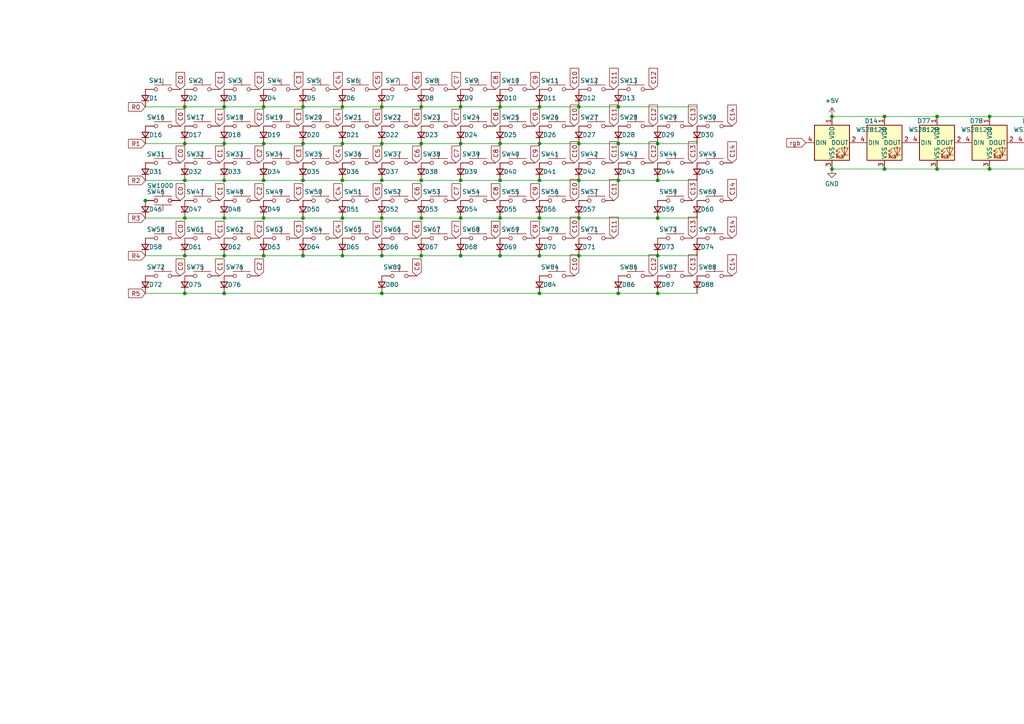
<source format=kicad_sch>
(kicad_sch (version 20240101) (generator "eeschema") (generator_version "8.99")
  (paper "A4")
  (lib_symbols
    (symbol "Connector:Conn_01x04_Pin" (pin_names (offset 1.016) hide)
      (property "Reference" "J" (at 0 5.08 0))
      (property "Value" "Conn_01x04_Pin" (at 0 -7.62 0))
      (symbol "Conn_01x04_Pin_1_1"
        (pin passive line (at 5.08 2.54 180) (length 3.81) (name "Pin_1") (number "1"))
        (pin passive line (at 5.08 0 180) (length 3.81) (name "Pin_2") (number "2"))
        (pin passive line (at 5.08 -2.54 180) (length 3.81) (name "Pin_3") (number "3"))
        (pin passive line (at 5.08 -5.08 180) (length 3.81) (name "Pin_4") (number "4"))
      )
    )
    (symbol "Connector:Conn_01x05_Socket" (pin_names (offset 1.016) hide)
      (property "Reference" "J" (at 0 7.62 0))
      (property "Value" "Conn_01x05_Socket" (at 0 -7.62 0))
      (symbol "Conn_01x05_Socket_1_1"
        (pin passive line (at -5.08 5.08 0) (length 3.81) (name "Pin_1") (number "1"))
        (pin passive line (at -5.08 2.54 0) (length 3.81) (name "Pin_2") (number "2"))
        (pin passive line (at -5.08 0 0) (length 3.81) (name "Pin_3") (number "3"))
        (pin passive line (at -5.08 -2.54 0) (length 3.81) (name "Pin_4") (number "4"))
        (pin passive line (at -5.08 -5.08 0) (length 3.81) (name "Pin_5") (number "5"))
      )
    )
    (symbol "Device:C_Small" (pin_numbers hide) (pin_names (offset 0.254) hide)
      (property "Reference" "C" (at 0.254 1.778 0))
      (property "Value" "C_Small" (at 0.254 -2.032 0))
      (symbol "C_Small_1_1"
        (pin passive line (at 0 2.54 270) (length 2.032) (name "~") (number "1"))
        (pin passive line (at 0 -2.54 90) (length 2.032) (name "~") (number "2"))
      )
    )
    (symbol "Device:D_Small" (pin_numbers hide) (pin_names (offset 0.254) hide)
      (property "Reference" "D" (at -1.27 2.032 0))
      (property "Value" "D_Small" (at -3.81 -2.032 0))
      (symbol "D_Small_1_1"
        (pin passive line (at -2.54 0 0) (length 1.778) (name "K") (number "1"))
        (pin passive line (at 2.54 0 180) (length 1.778) (name "A") (number "2"))
      )
    )
    (symbol "Device:R_Small" (pin_numbers hide) (pin_names (offset 0.254) hide)
      (property "Reference" "R" (at 0.762 0.508 0))
      (property "Value" "R_Small" (at 0.762 -1.016 0))
      (symbol "R_Small_1_1"
        (pin passive line (at 0 2.54 270) (length 0.762) (name "~") (number "1"))
        (pin passive line (at 0 -2.54 90) (length 0.762) (name "~") (number "2"))
      )
    )
    (symbol "LED:WS2812B" (pin_names (offset 0.254))
      (property "Reference" "D" (at 5.08 5.715 0))
      (property "Value" "WS2812B" (at 1.27 -5.715 0))
      (symbol "WS2812B_0_0"
        (text "RGB" (at 2.286 -4.191 0) (effects (font (size 0.762 0.762))))
      )
      (symbol "WS2812B_1_1"
        (pin power_in line (at 0 7.62 270) (length 2.54) (name "VDD") (number "1"))
        (pin output line (at 7.62 0 180) (length 2.54) (name "DOUT") (number "2"))
        (pin power_in line (at 0 -7.62 90) (length 2.54) (name "VSS") (number "3"))
        (pin input line (at -7.62 0 0) (length 2.54) (name "DIN") (number "4"))
      )
    )
    (symbol "Power_Protection:USBLC6-2SC6" (pin_names hide)
      (property "Reference" "U" (at 0.635 5.715 0))
      (property "Value" "USBLC6-2SC6" (at 0.635 3.81 0))
      (symbol "USBLC6-2SC6_1_1"
        (pin passive line (at -5.08 0 0) (length 2.54) (name "I/O1") (number "1"))
        (pin passive line (at 0 -7.62 90) (length 2.54) (name "GND") (number "2"))
        (pin passive line (at -5.08 -2.54 0) (length 2.54) (name "I/O2") (number "3"))
        (pin passive line (at 5.08 -2.54 180) (length 2.54) (name "I/O2") (number "4"))
        (pin passive line (at 0 5.08 270) (length 2.54) (name "VBUS") (number "5"))
        (pin passive line (at 5.08 0 180) (length 2.54) (name "I/O1") (number "6"))
      )
    )
    (symbol "Regulator_Linear:AMS1117"
      (property "Reference" "U" (at -3.81 3.175 0))
      (property "Value" "AMS1117" (at 0 3.175 0))
      (symbol "AMS1117_1_1"
        (pin input line (at 0 -7.62 90) (length 2.54) (name "ADJ") (number "1"))
        (pin power_out line (at 7.62 0 180) (length 2.54) (name "VO") (number "2"))
        (pin power_in line (at -7.62 0 0) (length 2.54) (name "VI") (number "3"))
      )
    )
    (symbol "Switch:SW_Push" (pin_numbers hide) (pin_names (offset 1.016) hide)
      (property "Reference" "SW" (at 1.27 2.54 0))
      (property "Value" "SW_Push" (at 0 -1.524 0))
      (symbol "SW_Push_0_1"
        (pin passive line (at -5.08 0 0) (length 2.54) (name "1") (number "1"))
        (pin passive line (at 5.08 0 180) (length 2.54) (name "2") (number "2"))
      )
    )
    (symbol "power:+3.3V" (power) (pin_numbers hide) (pin_names (offset 0) hide)
      (property "Value" "+3.3V" (at 0 3.556 0))
      (symbol "+3.3V_1_1"
        (pin power_in line (at 0 0 90) (length 0) (name "~") (number "1"))
      )
    )
    (symbol "power:+5V" (power) (pin_numbers hide) (pin_names (offset 0) hide)
      (property "Value" "+5V" (at 0 3.556 0))
      (symbol "+5V_1_1"
        (pin power_in line (at 0 0 90) (length 0) (name "~") (number "1"))
      )
    )
    (symbol "power:GND" (power) (pin_numbers hide) (pin_names (offset 0) hide)
      (property "Value" "GND" (at 0 -3.81 0))
      (symbol "GND_1_1"
        (pin power_in line (at 0 0 270) (length 0) (name "~") (number "1"))
      )
    )
    (symbol "stm32f072:STM32F072-LQFP48-acheronSymbols" (pin_names (offset 1.016))
      (property "Reference" "U1" (at -1.905 3.175 0))
      (property "Value" "STM32F072-LQFP48" (at -15.24 -1.27 0))
      (symbol "STM32F072-LQFP48-acheronSymbols_1_1"
        (pin power_in line (at -43.18 35.56 0) (length 2.54) (name "VBAT") (number "1"))
        (pin bidirectional line (at -43.18 -21.59 0) (length 2.54) (name "PA0/ADC_IN0") (number "10"))
        (pin bidirectional line (at -43.18 -27.94 0) (length 2.54) (name "PA1/ADC_IN1") (number "11"))
        (pin bidirectional line (at 44.45 -10.16 180) (length 2.54) (name "TIM1_CH1/PA8") (number "29"))
        (pin bidirectional line (at -34.29 -43.18 90) (length 2.54) (name "PA3/TIM15_CH2/ADC_IN3") (number "13"))
        (pin bidirectional line (at -27.94 -43.18 90) (length 2.54) (name "PA4/TIM14_CH1/ADC_IN4") (number "14"))
        (pin bidirectional line (at -21.59 -43.18 90) (length 2.54) (name "PA5/ADC_IN5/DAC_OUT2") (number "15"))
        (pin bidirectional line (at -15.24 -43.18 90) (length 2.54) (name "PA6/ADC_IN6/TIM3_CH1/TIM16_CH1") (number "16"))
        (pin bidirectional line (at -8.89 -43.18 90) (length 2.54) (name "PA7/TIM3_CH2/TIM14_CH1/ADC_IN7") (number "17"))
        (pin bidirectional line (at -2.54 -43.18 90) (length 2.54) (name "PB0/TIM3_CH3/ADC_IN8") (number "18"))
        (pin bidirectional line (at 3.81 -43.18 90) (length 2.54) (name "PB1/TIM3_CH4/TIM14_CH1/ADC_IN9") (number "19"))
        (pin bidirectional line (at -43.18 29.21 0) (length 2.54) (name "PC13") (number "2"))
        (pin bidirectional line (at 10.16 -43.18 90) (length 2.54) (name "PB2") (number "20"))
        (pin bidirectional line (at 16.51 -43.18 90) (length 2.54) (name "PB10/SPI2_SCK/I2C2_SCL/TIM2_CH3") (number "21"))
        (pin bidirectional line (at 22.86 -43.18 90) (length 2.54) (name "PB11/TIM2_CH4/I2C2_SDA") (number "22"))
        (pin power_in line (at 29.21 -43.18 90) (length 2.54) (name "VSS") (number "23"))
        (pin power_in line (at 35.56 -43.18 90) (length 2.54) (name "VDD") (number "24"))
        (pin bidirectional line (at 44.45 -35.56 180) (length 2.54) (name "PB12") (number "25"))
        (pin bidirectional line (at 44.45 -29.21 180) (length 2.54) (name "SPI2_SCK/I2S2_CK/I2C2_SCL/PB13") (number "26"))
        (pin bidirectional line (at 44.45 -22.86 180) (length 2.54) (name "PB14/SPI2_MISO/I2S2_MCK/I2C2_SDA/TIM15_CH1/PB15") (number "27"))
        (pin bidirectional line (at 44.45 -16.51 180) (length 2.54) (name "SPI2_MOSI/I2S2_SD/PB15") (number "28"))
        (pin bidirectional line (at -43.18 -34.29 0) (length 2.54) (name "PA2/ADC_IN2") (number "12"))
        (pin bidirectional line (at -43.18 22.86 0) (length 2.54) (name "PC14/OSC32_IN") (number "3"))
        (pin bidirectional line (at 44.45 -3.81 180) (length 2.54) (name "TIM1_CH2/PA9") (number "30"))
        (pin bidirectional line (at 44.45 2.54 180) (length 2.54) (name "TIM1_CH3/PA10") (number "31"))
        (pin bidirectional line (at 44.45 8.89 180) (length 2.54) (name "USB_DM/TIM1_CH4/PA11") (number "32"))
        (pin bidirectional line (at 44.45 15.24 180) (length 2.54) (name "USB_DP/PA12") (number "33"))
        (pin bidirectional line (at 44.45 21.59 180) (length 2.54) (name "SWDIO/PA13") (number "34"))
        (pin power_in line (at 44.45 27.94 180) (length 2.54) (name "VSS") (number "35"))
        (pin power_in line (at 44.45 34.29 180) (length 2.54) (name "VDDIO2") (number "36"))
        (pin bidirectional line (at 35.56 44.45 270) (length 2.54) (name "SWCLK/PA14") (number "37"))
        (pin bidirectional line (at 29.21 44.45 270) (length 2.54) (name "PA2") (number "38"))
        (pin bidirectional line (at 22.86 44.45 270) (length 2.54) (name "SPI1_SCK/I2S1_CK/TIM2_CH2/PB3") (number "39"))
        (pin bidirectional line (at 16.51 44.45 270) (length 2.54) (name "SPI1_MISO/I2S1_MCK/TIM3_CH1/PB4") (number "40"))
        (pin bidirectional line (at 10.16 44.45 270) (length 2.54) (name "SPI1_MOSI/I2S1_SD/TIM3_CH2/PB5") (number "41"))
        (pin bidirectional line (at 3.81 44.45 270) (length 2.54) (name "I2C1_SCL/PB6") (number "42"))
        (pin bidirectional line (at -2.54 44.45 270) (length 2.54) (name "2C1_SDA/PB7") (number "43"))
        (pin output line (at -8.89 44.45 270) (length 2.54) (name "BOOT0") (number "44"))
        (pin bidirectional line (at -15.24 44.45 270) (length 2.54) (name "I2C1_SCL/TIM16_CH1/PB8") (number "45"))
        (pin input line (at -21.59 44.45 270) (length 2.54) (name "SPI2_NSS/I2S2_WS/I2C1_SDA/TIM17_CH1/PB9") (number "46"))
        (pin input line (at -27.94 44.45 270) (length 2.54) (name "VSS") (number "47"))
        (pin input line (at -34.29 44.45 270) (length 2.54) (name "VDD") (number "48"))
        (pin bidirectional line (at -43.18 16.51 0) (length 2.54) (name "PC15/OSC32_OUT") (number "4"))
        (pin bidirectional line (at -43.18 10.16 0) (length 2.54) (name "PF0/OSC_IN") (number "5"))
        (pin bidirectional line (at -43.18 3.81 0) (length 2.54) (name "PF1/OSC_OUT") (number "6"))
        (pin input line (at -43.18 -2.54 0) (length 2.54) (name "NRST") (number "7"))
        (pin power_in line (at -43.18 -8.89 0) (length 2.54) (name "VSSA") (number "8"))
        (pin power_in line (at -43.18 -15.24 0) (length 2.54) (name "VDDA") (number "9"))
      )
    )
  )
  (junction (at 241.3 49.022))
  (junction (at 110.744 63.246))
  (junction (at 65.024 85.09))
  (junction (at -135.636 68.072))
  (junction (at 167.894 74.168))
  (junction (at 145.034 63.246))
  (junction (at -113.792 2.032))
  (junction (at 53.594 41.656))
  (junction (at 145.034 52.324))
  (junction (at -131.318 62.992))
  (junction (at 110.744 30.988))
  (junction (at -113.792 6.35))
  (junction (at 167.894 52.324))
  (junction (at 179.324 41.656))
  (junction (at 122.174 52.324))
  (junction (at 122.174 30.988))
  (junction (at 110.744 41.656))
  (junction (at 190.754 52.324))
  (junction (at 302.26 49.022))
  (junction (at 179.324 85.09))
  (junction (at 87.884 30.988))
  (junction (at 179.324 52.324))
  (junction (at 156.464 85.09))
  (junction (at 167.894 63.246))
  (junction (at 76.454 52.324))
  (junction (at 287.02 49.022))
  (junction (at -118.872 2.032))
  (junction (at 65.024 63.246))
  (junction (at 122.174 74.168))
  (junction (at 65.024 30.988))
  (junction (at 87.884 52.324))
  (junction (at 190.754 85.09))
  (junction (at 65.024 52.324))
  (junction (at 110.744 52.324))
  (junction (at 42.164 58.166))
  (junction (at 302.26 33.782))
  (junction (at 190.754 63.246))
  (junction (at 99.314 30.988))
  (junction (at 133.604 41.656))
  (junction (at -50.546 99.568))
  (junction (at 76.454 63.246))
  (junction (at 133.604 52.324))
  (junction (at 99.314 63.246))
  (junction (at -128.524 18.034))
  (junction (at -38.1 25.146))
  (junction (at 271.78 33.782))
  (junction (at 156.464 30.988))
  (junction (at -33.782 20.066))
  (junction (at 156.464 74.168))
  (junction (at 271.78 49.022))
  (junction (at 110.744 74.168))
  (junction (at -139.954 -2.54))
  (junction (at -50.546 103.886))
  (junction (at 87.884 63.246))
  (junction (at -33.782 25.146))
  (junction (at 156.464 52.324))
  (junction (at -55.626 99.568))
  (junction (at 122.174 63.246))
  (junction (at 65.024 41.656))
  (junction (at -55.626 103.886))
  (junction (at -118.872 6.35))
  (junction (at 241.3 33.782))
  (junction (at 53.594 30.988))
  (junction (at -137.16 -2.54))
  (junction (at 167.894 30.988))
  (junction (at 190.754 74.168))
  (junction (at 53.594 63.246))
  (junction (at 167.894 41.656))
  (junction (at 133.604 63.246))
  (junction (at 145.034 41.656))
  (junction (at 133.604 30.988))
  (junction (at 256.54 33.782))
  (junction (at 99.314 52.324))
  (junction (at 156.464 63.246))
  (junction (at 76.454 41.656))
  (junction (at -131.318 68.072))
  (junction (at 179.324 30.988))
  (junction (at 110.744 85.09))
  (junction (at 87.884 74.168))
  (junction (at 65.024 74.168))
  (junction (at 256.54 49.022))
  (junction (at 287.02 33.782))
  (junction (at 76.454 30.988))
  (junction (at 133.604 74.168))
  (junction (at 99.314 74.168))
  (junction (at 156.464 41.656))
  (junction (at 53.594 74.168))
  (junction (at -38.1 20.066))
  (junction (at 190.754 41.656))
  (junction (at 122.174 41.656))
  (junction (at 87.884 41.656))
  (junction (at 145.034 30.988))
  (junction (at 53.594 85.09))
  (junction (at 99.314 41.656))
  (junction (at 76.454 74.168))
  (junction (at 145.034 74.168))
  (junction (at 53.594 52.324))
  (junction (at -135.636 62.992))
  (no_connect (at -128.524 49.784))
  (no_connect (at -128.524 43.434))
  (wire (pts (xy 110.744 63.246) (xy 122.174 63.246)))
  (wire (pts (xy 65.024 30.988) (xy 76.454 30.988)))
  (wire (pts (xy 145.034 52.324) (xy 156.464 52.324)))
  (wire (pts (xy 42.164 52.324) (xy 53.594 52.324)))
  (wire (pts (xy 287.02 49.022) (xy 302.26 49.022)))
  (wire (pts (xy 99.314 63.246) (xy 110.744 63.246)))
  (wire (pts (xy -150.114 -2.54) (xy -150.114 -6.35)))
  (wire (pts (xy 156.464 52.324) (xy 167.894 52.324)))
  (wire (pts (xy 145.034 41.656) (xy 156.464 41.656)))
  (wire (pts (xy -128.524 68.072) (xy -131.318 68.072)))
  (wire (pts (xy -131.318 68.072) (xy -135.636 68.072)))
  (wire (pts (xy 65.024 41.656) (xy 76.454 41.656)))
  (wire (pts (xy 190.754 41.656) (xy 202.184 41.656)))
  (wire (pts (xy 241.3 33.782) (xy 256.54 33.782)))
  (wire (pts (xy 53.594 30.988) (xy 65.024 30.988)))
  (wire (pts (xy -137.16 -7.874) (xy -139.954 -7.874)))
  (wire (pts (xy 76.454 74.168) (xy 87.884 74.168)))
  (wire (pts (xy -55.626 96.774) (xy -56.134 96.774)))
  (wire (pts (xy -113.792 9.144) (xy -113.284 9.144)))
  (wire (pts (xy -55.626 103.886) (xy -55.626 99.568)))
  (wire (pts (xy 179.324 85.09) (xy 190.754 85.09)))
  (wire (pts (xy 122.174 41.656) (xy 133.604 41.656)))
  (wire (pts (xy 53.594 74.168) (xy 65.024 74.168)))
  (wire (pts (xy 76.454 30.988) (xy 87.884 30.988)))
  (wire (pts (xy -128.524 62.992) (xy -128.524 62.484)))
  (wire (pts (xy 302.26 33.782) (xy 317.5 33.782)))
  (wire (pts (xy -55.626 99.568) (xy -55.626 96.774)))
  (wire (pts (xy 110.744 41.656) (xy 122.174 41.656)))
  (wire (pts (xy 190.754 52.324) (xy 202.184 52.324)))
  (wire (pts (xy 122.174 74.168) (xy 133.604 74.168)))
  (wire (pts (xy 122.174 30.988) (xy 133.604 30.988)))
  (wire (pts (xy -118.872 6.35) (xy -118.872 2.032)))
  (wire (pts (xy 122.174 52.324) (xy 133.604 52.324)))
  (wire (pts (xy 110.744 30.988) (xy 122.174 30.988)))
  (wire (pts (xy 99.314 41.656) (xy 110.744 41.656)))
  (wire (pts (xy -137.16 -2.54) (xy -137.16 -2.794)))
  (wire (pts (xy 110.744 74.168) (xy 122.174 74.168)))
  (wire (pts (xy 287.02 33.782) (xy 302.26 33.782)))
  (wire (pts (xy 302.26 49.022) (xy 317.5 49.022)))
  (wire (pts (xy -119.634 9.144) (xy -118.872 9.144)))
  (wire (pts (xy 145.034 74.168) (xy 156.464 74.168)))
  (wire (pts (xy 87.884 41.656) (xy 99.314 41.656)))
  (wire (pts (xy 99.314 30.988) (xy 110.744 30.988)))
  (wire (pts (xy -50.546 96.774) (xy -50.546 99.568)))
  (wire (pts (xy -139.954 -6.35) (xy -139.954 -2.54)))
  (wire (pts (xy 133.604 52.324) (xy 145.034 52.324)))
  (wire (pts (xy 256.54 33.782) (xy 271.78 33.782)))
  (wire (pts (xy -33.782 25.146) (xy -38.1 25.146)))
  (wire (pts (xy 42.164 74.168) (xy 53.594 74.168)))
  (wire (pts (xy 190.754 63.246) (xy 202.184 63.246)))
  (wire (pts (xy 42.164 41.656) (xy 53.594 41.656)))
  (wire (pts (xy 42.164 85.09) (xy 53.594 85.09)))
  (wire (pts (xy 76.454 63.246) (xy 87.884 63.246)))
  (wire (pts (xy 76.454 41.656) (xy 87.884 41.656)))
  (wire (pts (xy -118.872 9.144) (xy -118.872 6.35)))
  (wire (pts (xy 156.464 30.988) (xy 167.894 30.988)))
  (wire (pts (xy 156.464 63.246) (xy 167.894 63.246)))
  (wire (pts (xy 42.164 30.988) (xy 53.594 30.988)))
  (wire (pts (xy 65.024 63.246) (xy 76.454 63.246)))
  (wire (pts (xy 271.78 49.022) (xy 287.02 49.022)))
  (wire (pts (xy -38.1 20.066) (xy -33.782 20.066)))
  (wire (pts (xy -135.636 62.992) (xy -131.318 62.992)))
  (wire (pts (xy 179.324 41.656) (xy 190.754 41.656)))
  (wire (pts (xy 167.894 74.168) (xy 190.754 74.168)))
  (wire (pts (xy -40.894 20.066) (xy -38.1 20.066)))
  (wire (pts (xy 145.034 63.246) (xy 156.464 63.246)))
  (wire (pts (xy -49.784 96.774) (xy -50.546 96.774)))
  (wire (pts (xy 241.3 49.022) (xy 256.54 49.022)))
  (wire (pts (xy 167.894 30.988) (xy 179.324 30.988)))
  (wire (pts (xy 87.884 30.988) (xy 99.314 30.988)))
  (wire (pts (xy -139.954 -2.54) (xy -137.16 -2.54)))
  (wire (pts (xy -147.574 -2.54) (xy -150.114 -2.54)))
  (wire (pts (xy -113.792 6.35) (xy -113.792 9.144)))
  (wire (pts (xy 99.314 74.168) (xy 110.744 74.168)))
  (wire (pts (xy 53.594 41.656) (xy 65.024 41.656)))
  (wire (pts (xy 76.454 52.324) (xy 87.884 52.324)))
  (wire (pts (xy 133.604 41.656) (xy 145.034 41.656)))
  (wire (pts (xy -142.494 -2.54) (xy -139.954 -2.54)))
  (wire (pts (xy -198.374 67.818) (xy -187.198 67.818)))
  (wire (pts (xy 156.464 74.168) (xy 167.894 74.168)))
  (wire (pts (xy 53.594 85.09) (xy 65.024 85.09)))
  (wire (pts (xy 110.744 52.324) (xy 122.174 52.324)))
  (wire (pts (xy 179.324 52.324) (xy 190.754 52.324)))
  (wire (pts (xy 122.174 63.246) (xy 133.604 63.246)))
  (wire (pts (xy -113.792 2.032) (xy -113.792 6.35)))
  (wire (pts (xy 110.744 85.09) (xy 156.464 85.09)))
  (wire (pts (xy 256.54 49.022) (xy 271.78 49.022)))
  (wire (pts (xy 133.604 30.988) (xy 145.034 30.988)))
  (wire (pts (xy 65.024 74.168) (xy 76.454 74.168)))
  (wire (pts (xy 167.894 52.324) (xy 179.324 52.324)))
  (wire (pts (xy 167.894 41.656) (xy 179.324 41.656)))
  (wire (pts (xy 65.024 85.09) (xy 110.744 85.09)))
  (wire (pts (xy 190.754 85.09) (xy 202.184 85.09)))
  (wire (pts (xy 133.604 63.246) (xy 145.034 63.246)))
  (wire (pts (xy 179.324 30.988) (xy 202.184 30.988)))
  (wire (pts (xy -50.546 99.568) (xy -50.546 103.886)))
  (wire (pts (xy 65.024 52.324) (xy 76.454 52.324)))
  (wire (pts (xy 87.884 52.324) (xy 99.314 52.324)))
  (wire (pts (xy 87.884 63.246) (xy 99.314 63.246)))
  (wire (pts (xy 145.034 30.988) (xy 156.464 30.988)))
  (wire (pts (xy -128.524 68.834) (xy -128.524 68.072)))
  (wire (pts (xy -38.1 25.146) (xy -40.894 25.146)))
  (wire (pts (xy 133.604 74.168) (xy 145.034 74.168)))
  (wire (pts (xy 53.594 52.324) (xy 65.024 52.324)))
  (wire (pts (xy -40.894 25.146) (xy -40.894 25.654)))
  (wire (pts (xy 156.464 85.09) (xy 179.324 85.09)))
  (wire (pts (xy 53.594 63.246) (xy 65.024 63.246)))
  (wire (pts (xy 99.314 52.324) (xy 110.744 52.324)))
  (wire (pts (xy 167.894 63.246) (xy 190.754 63.246)))
  (wire (pts (xy 271.78 33.782) (xy 287.02 33.782)))
  (wire (pts (xy 42.164 63.246) (xy 53.594 63.246)))
  (wire (pts (xy 190.754 74.168) (xy 202.184 74.168)))
  (wire (pts (xy -40.894 19.304) (xy -40.894 20.066)))
  (wire (pts (xy -131.318 62.992) (xy -128.524 62.992)))
  (wire (pts (xy 156.464 41.656) (xy 167.894 41.656)))
  (wire (pts (xy 87.884 74.168) (xy 99.314 74.168)))
  (wire (pts (xy -198.374 65.278) (xy -187.198 65.278)))
  (global_label "C6" (shape input) (at 120.904 80.01 90) (property "Intersheetrefs" "${INTERSHEET_REFS}" (effects (hide yes))))
  (global_label "C1" (shape input) (at 63.754 36.576 90) (property "Intersheetrefs" "${INTERSHEET_REFS}" (effects (hide yes))))
  (global_label "C5" (shape input) (at -128.524 30.734 180) (property "Intersheetrefs" "${INTERSHEET_REFS}" (effects (hide yes))))
  (global_label "C6" (shape input) (at 120.904 36.576 90) (property "Intersheetrefs" "${INTERSHEET_REFS}" (effects (hide yes))))
  (global_label "D+" (shape input) (at -177.038 67.818 0) (property "Intersheetrefs" "${INTERSHEET_REFS}" (effects (hide yes))))
  (global_label "C7" (shape input) (at 132.334 25.908 90) (property "Intersheetrefs" "${INTERSHEET_REFS}" (effects (hide yes))))
  (global_label "boot" (shape input) (at -94.234 9.144 90) (property "Intersheetrefs" "${INTERSHEET_REFS}" (effects (hide yes))))
  (global_label "C8" (shape input) (at -100.584 9.144 90) (property "Intersheetrefs" "${INTERSHEET_REFS}" (effects (hide yes))))
  (global_label "C14" (shape input) (at -56.134 9.144 90) (property "Intersheetrefs" "${INTERSHEET_REFS}" (effects (hide yes))))
  (global_label "R5" (shape input) (at 42.164 85.09 180) (property "Intersheetrefs" "${INTERSHEET_REFS}" (effects (hide yes))))
  (global_label "C1" (shape input) (at -128.524 87.884 180) (property "Intersheetrefs" "${INTERSHEET_REFS}" (effects (hide yes))))
  (global_label "C1" (shape input) (at 63.754 25.908 90) (property "Intersheetrefs" "${INTERSHEET_REFS}" (effects (hide yes))))
  (global_label "DIO" (shape input) (at -83.566 66.548 270) (property "Intersheetrefs" "${INTERSHEET_REFS}" (effects (hide yes))))
  (global_label "C7" (shape input) (at 132.334 69.088 90) (property "Intersheetrefs" "${INTERSHEET_REFS}" (effects (hide yes))))
  (global_label "C4" (shape input) (at 98.044 25.908 90) (property "Intersheetrefs" "${INTERSHEET_REFS}" (effects (hide yes))))
  (global_label "C12" (shape input) (at 189.484 80.01 90) (property "Intersheetrefs" "${INTERSHEET_REFS}" (effects (hide yes))))
  (global_label "C1" (shape input) (at 63.754 69.088 90) (property "Intersheetrefs" "${INTERSHEET_REFS}" (effects (hide yes))))
  (global_label "C0" (shape input) (at 52.324 58.166 90) (property "Intersheetrefs" "${INTERSHEET_REFS}" (effects (hide yes))))
  (global_label "RST" (shape input) (at -86.106 66.548 270) (property "Intersheetrefs" "${INTERSHEET_REFS}" (effects (hide yes))))
  (global_label "R5" (shape input) (at -40.894 89.154 0) (property "Intersheetrefs" "${INTERSHEET_REFS}" (effects (hide yes))))
  (global_label "C4" (shape input) (at 98.044 36.576 90) (property "Intersheetrefs" "${INTERSHEET_REFS}" (effects (hide yes))))
  (global_label "R4" (shape input) (at 42.164 74.168 180) (property "Intersheetrefs" "${INTERSHEET_REFS}" (effects (hide yes))))
  (global_label "C5" (shape input) (at 109.474 36.576 90) (property "Intersheetrefs" "${INTERSHEET_REFS}" (effects (hide yes))))
  (global_label "C7" (shape input) (at 132.334 47.244 90) (property "Intersheetrefs" "${INTERSHEET_REFS}" (effects (hide yes))))
  (global_label "C8" (shape input) (at 143.764 58.166 90) (property "Intersheetrefs" "${INTERSHEET_REFS}" (effects (hide yes))))
  (global_label "C9" (shape input) (at 155.194 69.088 90) (property "Intersheetrefs" "${INTERSHEET_REFS}" (effects (hide yes))))
  (global_label "C10" (shape input) (at 166.624 47.244 90) (property "Intersheetrefs" "${INTERSHEET_REFS}" (effects (hide yes))))
  (global_label "C11" (shape input) (at 178.054 47.244 90) (property "Intersheetrefs" "${INTERSHEET_REFS}" (effects (hide yes))))
  (global_label "C8" (shape input) (at 143.764 36.576 90) (property "Intersheetrefs" "${INTERSHEET_REFS}" (effects (hide yes))))
  (global_label "RST" (shape input) (at -128.524 56.134 180) (property "Intersheetrefs" "${INTERSHEET_REFS}" (effects (hide yes))))
  (global_label "D+" (shape input) (at -40.894 38.354 0) (property "Intersheetrefs" "${INTERSHEET_REFS}" (effects (hide yes))))
  (global_label "C12" (shape input) (at 189.484 25.908 90) (property "Intersheetrefs" "${INTERSHEET_REFS}" (effects (hide yes))))
  (global_label "C1" (shape input) (at 63.754 58.166 90) (property "Intersheetrefs" "${INTERSHEET_REFS}" (effects (hide yes))))
  (global_label "C10" (shape input) (at -81.534 9.144 90) (property "Intersheetrefs" "${INTERSHEET_REFS}" (effects (hide yes))))
  (global_label "C3" (shape input) (at 86.614 69.088 90) (property "Intersheetrefs" "${INTERSHEET_REFS}" (effects (hide yes))))
  (global_label "C4" (shape input) (at 98.044 58.166 90) (property "Intersheetrefs" "${INTERSHEET_REFS}" (effects (hide yes))))
  (global_label "C0" (shape input) (at 52.324 47.244 90) (property "Intersheetrefs" "${INTERSHEET_REFS}" (effects (hide yes))))
  (global_label "C14" (shape input) (at 212.344 58.166 90) (property "Intersheetrefs" "${INTERSHEET_REFS}" (effects (hide yes))))
  (global_label "C2" (shape input) (at 75.184 80.01 90) (property "Intersheetrefs" "${INTERSHEET_REFS}" (effects (hide yes))))
  (global_label "C13" (shape input) (at -62.484 9.144 90) (property "Intersheetrefs" "${INTERSHEET_REFS}" (effects (hide yes))))
  (global_label "R0" (shape input) (at -40.894 57.404 0) (property "Intersheetrefs" "${INTERSHEET_REFS}" (effects (hide yes))))
  (global_label "C9" (shape input) (at 155.194 25.908 90) (property "Intersheetrefs" "${INTERSHEET_REFS}" (effects (hide yes))))
  (global_label "C6" (shape input) (at 120.904 47.244 90) (property "Intersheetrefs" "${INTERSHEET_REFS}" (effects (hide yes))))
  (global_label "R3" (shape input) (at 42.164 63.246 180) (property "Intersheetrefs" "${INTERSHEET_REFS}" (effects (hide yes))))
  (global_label "C14" (shape input) (at 212.344 47.244 90) (property "Intersheetrefs" "${INTERSHEET_REFS}" (effects (hide yes))))
  (global_label "C13" (shape input) (at 200.914 36.576 90) (property "Intersheetrefs" "${INTERSHEET_REFS}" (effects (hide yes))))
  (global_label "C0" (shape input) (at 52.324 25.908 90) (property "Intersheetrefs" "${INTERSHEET_REFS}" (effects (hide yes))))
  (global_label "rgb" (shape input) (at 233.68 41.402 180) (property "Intersheetrefs" "${INTERSHEET_REFS}" (effects (hide yes))))
  (global_label "C8" (shape input) (at 143.764 69.088 90) (property "Intersheetrefs" "${INTERSHEET_REFS}" (effects (hide yes))))
  (global_label "C11" (shape input) (at 178.054 69.088 90) (property "Intersheetrefs" "${INTERSHEET_REFS}" (effects (hide yes))))
  (global_label "C3" (shape input) (at 86.614 36.576 90) (property "Intersheetrefs" "${INTERSHEET_REFS}" (effects (hide yes))))
  (global_label "C12" (shape input) (at -68.834 9.144 90) (property "Intersheetrefs" "${INTERSHEET_REFS}" (effects (hide yes))))
  (global_label "C10" (shape input) (at 166.624 69.088 90) (property "Intersheetrefs" "${INTERSHEET_REFS}" (effects (hide yes))))
  (global_label "C4" (shape input) (at -128.524 37.084 180) (property "Intersheetrefs" "${INTERSHEET_REFS}" (effects (hide yes))))
  (global_label "C5" (shape input) (at 109.474 58.166 90) (property "Intersheetrefs" "${INTERSHEET_REFS}" (effects (hide yes))))
  (global_label "C6" (shape input) (at 120.904 58.166 90) (property "Intersheetrefs" "${INTERSHEET_REFS}" (effects (hide yes))))
  (global_label "CLK" (shape input) (at -49.784 9.144 90) (property "Intersheetrefs" "${INTERSHEET_REFS}" (effects (hide yes))))
  (global_label "C2" (shape input) (at 75.184 36.576 90) (property "Intersheetrefs" "${INTERSHEET_REFS}" (effects (hide yes))))
  (global_label "C0" (shape input) (at 52.324 36.576 90) (property "Intersheetrefs" "${INTERSHEET_REFS}" (effects (hide yes))))
  (global_label "R0" (shape input) (at 42.164 30.988 180) (property "Intersheetrefs" "${INTERSHEET_REFS}" (effects (hide yes))))
  (global_label "C0" (shape input) (at 52.324 69.088 90) (property "Intersheetrefs" "${INTERSHEET_REFS}" (effects (hide yes))))
  (global_label "C4" (shape input) (at 98.044 69.088 90) (property "Intersheetrefs" "${INTERSHEET_REFS}" (effects (hide yes))))
  (global_label "C2" (shape input) (at 75.184 47.244 90) (property "Intersheetrefs" "${INTERSHEET_REFS}" (effects (hide yes))))
  (global_label "C0" (shape input) (at -40.894 51.054 0) (property "Intersheetrefs" "${INTERSHEET_REFS}" (effects (hide yes))))
  (global_label "C5" (shape input) (at 109.474 69.088 90) (property "Intersheetrefs" "${INTERSHEET_REFS}" (effects (hide yes))))
  (global_label "R4" (shape input) (at -40.894 82.804 0) (property "Intersheetrefs" "${INTERSHEET_REFS}" (effects (hide yes))))
  (global_label "C3" (shape input) (at 86.614 47.244 90) (property "Intersheetrefs" "${INTERSHEET_REFS}" (effects (hide yes))))
  (global_label "C6" (shape input) (at 120.904 69.088 90) (property "Intersheetrefs" "${INTERSHEET_REFS}" (effects (hide yes))))
  (global_label "C1" (shape input) (at 63.754 80.01 90) (property "Intersheetrefs" "${INTERSHEET_REFS}" (effects (hide yes))))
  (global_label "rgb" (shape input) (at -62.484 96.774 270) (property "Intersheetrefs" "${INTERSHEET_REFS}" (effects (hide yes))))
  (global_label "C5" (shape input) (at 109.474 25.908 90) (property "Intersheetrefs" "${INTERSHEET_REFS}" (effects (hide yes))))
  (global_label "C8" (shape input) (at 143.764 47.244 90) (property "Intersheetrefs" "${INTERSHEET_REFS}" (effects (hide yes))))
  (global_label "C3" (shape input) (at 86.614 25.908 90) (property "Intersheetrefs" "${INTERSHEET_REFS}" (effects (hide yes))))
  (global_label "DIO" (shape input) (at -40.894 32.004 0) (property "Intersheetrefs" "${INTERSHEET_REFS}" (effects (hide yes))))
  (global_label "C9" (shape input) (at 155.194 47.244 90) (property "Intersheetrefs" "${INTERSHEET_REFS}" (effects (hide yes))))
  (global_label "R3" (shape input) (at -40.894 76.454 0) (property "Intersheetrefs" "${INTERSHEET_REFS}" (effects (hide yes))))
  (global_label "C6" (shape input) (at -128.524 24.384 180) (property "Intersheetrefs" "${INTERSHEET_REFS}" (effects (hide yes))))
  (global_label "C10" (shape input) (at 166.624 58.166 90) (property "Intersheetrefs" "${INTERSHEET_REFS}" (effects (hide yes))))
  (global_label "C4" (shape input) (at 98.044 47.244 90) (property "Intersheetrefs" "${INTERSHEET_REFS}" (effects (hide yes))))
  (global_label "R1" (shape input) (at -40.894 63.754 0) (property "Intersheetrefs" "${INTERSHEET_REFS}" (effects (hide yes))))
  (global_label "C10" (shape input) (at 166.624 36.576 90) (property "Intersheetrefs" "${INTERSHEET_REFS}" (effects (hide yes))))
  (global_label "C10" (shape input) (at 166.624 25.908 90) (property "Intersheetrefs" "${INTERSHEET_REFS}" (effects (hide yes))))
  (global_label "C2" (shape input) (at 75.184 25.908 90) (property "Intersheetrefs" "${INTERSHEET_REFS}" (effects (hide yes))))
  (global_label "C14" (shape input) (at 212.344 80.01 90) (property "Intersheetrefs" "${INTERSHEET_REFS}" (effects (hide yes))))
  (global_label "C6" (shape input) (at 120.904 25.908 90) (property "Intersheetrefs" "${INTERSHEET_REFS}" (effects (hide yes))))
  (global_label "C9" (shape input) (at -87.884 9.144 90) (property "Intersheetrefs" "${INTERSHEET_REFS}" (effects (hide yes))))
  (global_label "C7" (shape input) (at 132.334 58.166 90) (property "Intersheetrefs" "${INTERSHEET_REFS}" (effects (hide yes))))
  (global_label "C1" (shape input) (at 63.754 47.244 90) (property "Intersheetrefs" "${INTERSHEET_REFS}" (effects (hide yes))))
  (global_label "C12" (shape input) (at 189.484 47.244 90) (property "Intersheetrefs" "${INTERSHEET_REFS}" (effects (hide yes))))
  (global_label "C11" (shape input) (at 178.054 25.908 90) (property "Intersheetrefs" "${INTERSHEET_REFS}" (effects (hide yes))))
  (global_label "C9" (shape input) (at 155.194 58.166 90) (property "Intersheetrefs" "${INTERSHEET_REFS}" (effects (hide yes))))
  (global_label "R2" (shape input) (at 42.164 52.324 180) (property "Intersheetrefs" "${INTERSHEET_REFS}" (effects (hide yes))))
  (global_label "boot" (shape input) (at -137.16 -7.874 90) (property "Intersheetrefs" "${INTERSHEET_REFS}" (effects (hide yes))))
  (global_label "C14" (shape input) (at 212.344 36.576 90) (property "Intersheetrefs" "${INTERSHEET_REFS}" (effects (hide yes))))
  (global_label "C7" (shape input) (at -106.934 9.144 90) (property "Intersheetrefs" "${INTERSHEET_REFS}" (effects (hide yes))))
  (global_label "C11" (shape input) (at -75.184 9.144 90) (property "Intersheetrefs" "${INTERSHEET_REFS}" (effects (hide yes))))
  (global_label "C2" (shape input) (at 75.184 58.166 90) (property "Intersheetrefs" "${INTERSHEET_REFS}" (effects (hide yes))))
  (global_label "C14" (shape input) (at 212.344 69.088 90) (property "Intersheetrefs" "${INTERSHEET_REFS}" (effects (hide yes))))
  (global_label "C9" (shape input) (at 155.194 36.576 90) (property "Intersheetrefs" "${INTERSHEET_REFS}" (effects (hide yes))))
  (global_label "RST" (shape input) (at -150.114 -6.35 180) (property "Intersheetrefs" "${INTERSHEET_REFS}" (effects (hide yes))))
  (global_label "C11" (shape input) (at 178.054 36.576 90) (property "Intersheetrefs" "${INTERSHEET_REFS}" (effects (hide yes))))
  (global_label "C0" (shape input) (at 52.324 80.01 90) (property "Intersheetrefs" "${INTERSHEET_REFS}" (effects (hide yes))))
  (global_label "C13" (shape input) (at 200.914 47.244 90) (property "Intersheetrefs" "${INTERSHEET_REFS}" (effects (hide yes))))
  (global_label "CLK" (shape input) (at -81.026 66.548 270) (property "Intersheetrefs" "${INTERSHEET_REFS}" (effects (hide yes))))
  (global_label "C10" (shape input) (at 166.624 80.01 90) (property "Intersheetrefs" "${INTERSHEET_REFS}" (effects (hide yes))))
  (global_label "C2" (shape input) (at -128.524 81.534 180) (property "Intersheetrefs" "${INTERSHEET_REFS}" (effects (hide yes))))
  (global_label "D-" (shape input) (at -177.038 65.278 0) (property "Intersheetrefs" "${INTERSHEET_REFS}" (effects (hide yes))))
  (global_label "C3" (shape input) (at -128.524 75.184 180) (property "Intersheetrefs" "${INTERSHEET_REFS}" (effects (hide yes))))
  (global_label "C2" (shape input) (at 75.184 69.088 90) (property "Intersheetrefs" "${INTERSHEET_REFS}" (effects (hide yes))))
  (global_label "C11" (shape input) (at 178.054 58.166 90) (property "Intersheetrefs" "${INTERSHEET_REFS}" (effects (hide yes))))
  (global_label "C7" (shape input) (at 132.334 36.576 90) (property "Intersheetrefs" "${INTERSHEET_REFS}" (effects (hide yes))))
  (global_label "R2" (shape input) (at -40.894 70.104 0) (property "Intersheetrefs" "${INTERSHEET_REFS}" (effects (hide yes))))
  (global_label "C8" (shape input) (at 143.764 25.908 90) (property "Intersheetrefs" "${INTERSHEET_REFS}" (effects (hide yes))))
  (global_label "C12" (shape input) (at 189.484 36.576 90) (property "Intersheetrefs" "${INTERSHEET_REFS}" (effects (hide yes))))
  (global_label "C13" (shape input) (at 200.914 80.01 90) (property "Intersheetrefs" "${INTERSHEET_REFS}" (effects (hide yes))))
  (global_label "R1" (shape input) (at 42.164 41.656 180) (property "Intersheetrefs" "${INTERSHEET_REFS}" (effects (hide yes))))
  (global_label "C5" (shape input) (at 109.474 47.244 90) (property "Intersheetrefs" "${INTERSHEET_REFS}" (effects (hide yes))))
  (global_label "C13" (shape input) (at 200.914 58.166 90) (property "Intersheetrefs" "${INTERSHEET_REFS}" (effects (hide yes))))
  (global_label "C13" (shape input) (at 200.914 69.088 90) (property "Intersheetrefs" "${INTERSHEET_REFS}" (effects (hide yes))))
  (global_label "D-" (shape input) (at -40.894 44.704 0) (property "Intersheetrefs" "${INTERSHEET_REFS}" (effects (hide yes))))
  (global_label "C3" (shape input) (at 86.614 58.166 90) (property "Intersheetrefs" "${INTERSHEET_REFS}" (effects (hide yes))))
  (symbol (lib_id "Device:D_Small") (at 179.324 82.55 90) (unit 1)
    (property "Reference" "D86" (at 180.34 82.55 90) (effects (justify right)))
    (property "Value" "D_Small" (effects (hide yes)))
    (property "Footprint" "Diode_SMD:D_SOD-123" (effects (hide yes)))
    (property "Description" "Diode, small symbol" (effects (hide yes)))
    (property "Sim.Device" "D" (effects (hide yes)))
    (property "Sim.Pins" "1=K 2=A" (effects (hide yes)))
  )
  (symbol (lib_id "Device:D_Small") (at 87.884 60.706 90) (unit 1)
    (property "Reference" "D50" (at 88.9 60.706 90) (effects (justify right)))
    (property "Value" "D_Small" (effects (hide yes)))
    (property "Footprint" "Diode_SMD:D_SOD-123" (effects (hide yes)))
    (property "Description" "Diode, small symbol" (effects (hide yes)))
    (property "Sim.Device" "D" (effects (hide yes)))
    (property "Sim.Pins" "1=K 2=A" (effects (hide yes)))
  )
  (symbol (lib_id "Switch:SW_Push") (at 184.404 36.576 0) (unit 1)
    (property "Reference" "SW28" (at 182.372 34.036 0))
    (property "Value" "SW_Push" (effects (hide yes)))
    (property "Footprint" "MX_cherry:MXOnly-1U_N" (effects (hide yes)))
    (property "Description" "Push button switch, generic, two pins" (effects (hide yes)))
  )
  (symbol (lib_id "Device:D_Small") (at 65.024 28.448 90) (unit 1)
    (property "Reference" "D3" (at 66.04 28.448 90) (effects (justify right)))
    (property "Value" "D_Small" (effects (hide yes)))
    (property "Footprint" "Diode_SMD:D_SOD-123" (effects (hide yes)))
    (property "Description" "Diode, small symbol" (effects (hide yes)))
    (property "Sim.Device" "D" (effects (hide yes)))
    (property "Sim.Pins" "1=K 2=A" (effects (hide yes)))
  )
  (symbol (lib_id "Device:D_Small") (at 202.184 60.706 90) (unit 1)
    (property "Reference" "D60" (at 203.2 60.706 90) (effects (justify right)))
    (property "Value" "D_Small" (effects (hide yes)))
    (property "Footprint" "Diode_SMD:D_SOD-123" (effects (hide yes)))
    (property "Description" "Diode, small symbol" (effects (hide yes)))
    (property "Sim.Device" "D" (effects (hide yes)))
    (property "Sim.Pins" "1=K 2=A" (effects (hide yes)))
  )
  (symbol (lib_id "Device:D_Small") (at 156.464 39.116 90) (unit 1)
    (property "Reference" "D26" (at 157.48 39.116 90) (effects (justify right)))
    (property "Value" "D_Small" (effects (hide yes)))
    (property "Footprint" "Diode_SMD:D_SOD-123" (effects (hide yes)))
    (property "Description" "Diode, small symbol" (effects (hide yes)))
    (property "Sim.Device" "D" (effects (hide yes)))
    (property "Sim.Pins" "1=K 2=A" (effects (hide yes)))
  )
  (symbol (lib_id "Device:D_Small") (at 110.744 60.706 90) (unit 1)
    (property "Reference" "D52" (at 111.76 60.706 90) (effects (justify right)))
    (property "Value" "D_Small" (effects (hide yes)))
    (property "Footprint" "Diode_SMD:D_SOD-123" (effects (hide yes)))
    (property "Description" "Diode, small symbol" (effects (hide yes)))
    (property "Sim.Device" "D" (effects (hide yes)))
    (property "Sim.Pins" "1=K 2=A" (effects (hide yes)))
  )
  (symbol (lib_id "power:GND") (at -33.782 25.146 90) (unit 1)
    (property "Reference" "#PWR02" (effects (hide yes)))
    (property "Value" "GND" (at -29.718 25.1459 90) (effects (justify right)))
    (property "Description" "Power symbol creates a global label with name \"GND\" , ground" (effects (hide yes)))
  )
  (symbol (lib_id "Switch:SW_Push") (at 138.684 36.576 0) (unit 1)
    (property "Reference" "SW24" (at 136.652 34.036 0))
    (property "Value" "SW_Push" (effects (hide yes)))
    (property "Footprint" "MX_cherry:MXOnly-1U_N" (effects (hide yes)))
    (property "Description" "Push button switch, generic, two pins" (effects (hide yes)))
  )
  (symbol (lib_id "Device:D_Small") (at 145.034 49.784 90) (unit 1)
    (property "Reference" "D40" (at 146.05 49.784 90) (effects (justify right)))
    (property "Value" "D_Small" (effects (hide yes)))
    (property "Footprint" "Diode_SMD:D_SOD-123" (effects (hide yes)))
    (property "Description" "Diode, small symbol" (effects (hide yes)))
    (property "Sim.Device" "D" (effects (hide yes)))
    (property "Sim.Pins" "1=K 2=A" (effects (hide yes)))
  )
  (symbol (lib_id "Switch:SW_Push") (at 150.114 69.088 0) (unit 1)
    (property "Reference" "SW69" (at 148.082 66.548 0))
    (property "Value" "SW_Push" (effects (hide yes)))
    (property "Footprint" "MX_cherry:MXOnly-1U_N" (effects (hide yes)))
    (property "Description" "Push button switch, generic, two pins" (effects (hide yes)))
  )
  (symbol (lib_id "Switch:SW_Push") (at 58.674 69.088 0) (unit 1)
    (property "Reference" "SW61" (at 56.642 66.548 0))
    (property "Value" "SW_Push" (effects (hide yes)))
    (property "Footprint" "MX_cherry:MXOnly-1U_N" (effects (hide yes)))
    (property "Description" "Push button switch, generic, two pins" (effects (hide yes)))
  )
  (symbol (lib_id "Device:D_Small") (at 190.754 49.784 90) (unit 1)
    (property "Reference" "D44" (at 191.77 49.784 90) (effects (justify right)))
    (property "Value" "D_Small" (effects (hide yes)))
    (property "Footprint" "Diode_SMD:D_SOD-123" (effects (hide yes)))
    (property "Description" "Diode, small symbol" (effects (hide yes)))
    (property "Sim.Device" "D" (effects (hide yes)))
    (property "Sim.Pins" "1=K 2=A" (effects (hide yes)))
  )
  (symbol (lib_id "Device:D_Small") (at 65.024 82.55 90) (unit 1)
    (property "Reference" "D76" (at 66.04 82.55 90) (effects (justify right)))
    (property "Value" "D_Small" (effects (hide yes)))
    (property "Footprint" "Diode_SMD:D_SOD-123" (effects (hide yes)))
    (property "Description" "Diode, small symbol" (effects (hide yes)))
    (property "Sim.Device" "D" (effects (hide yes)))
    (property "Sim.Pins" "1=K 2=A" (effects (hide yes)))
  )
  (symbol (lib_id "Switch:SW_Push") (at 115.824 25.908 0) (unit 1)
    (property "Reference" "SW7" (at 113.792 23.368 0))
    (property "Value" "SW_Push" (effects (hide yes)))
    (property "Footprint" "MX_cherry:MXOnly-1U_N" (effects (hide yes)))
    (property "Description" "Push button switch, generic, two pins" (effects (hide yes)))
  )
  (symbol (lib_id "Device:D_Small") (at 156.464 71.628 90) (unit 1)
    (property "Reference" "D70" (at 157.48 71.628 90) (effects (justify right)))
    (property "Value" "D_Small" (effects (hide yes)))
    (property "Footprint" "Diode_SMD:D_SOD-123" (effects (hide yes)))
    (property "Description" "Diode, small symbol" (effects (hide yes)))
    (property "Sim.Device" "D" (effects (hide yes)))
    (property "Sim.Pins" "1=K 2=A" (effects (hide yes)))
  )
  (symbol (lib_id "Switch:SW_Push") (at 92.964 69.088 0) (unit 1)
    (property "Reference" "SW64" (at 90.932 66.548 0))
    (property "Value" "SW_Push" (effects (hide yes)))
    (property "Footprint" "MX_cherry:MXOnly-1U_N" (effects (hide yes)))
    (property "Description" "Push button switch, generic, two pins" (effects (hide yes)))
  )
  (symbol (lib_id "LED:WS2812B") (at 241.3 41.402 0) (unit 1)
    (property "Reference" "D14" (at 252.73 35.0834 0))
    (property "Value" "WS2812B" (at 252.73 37.6234 0))
    (property "Footprint" "LED_SMD:LED_WS2812B_PLCC4_5.0x5.0mm_P3.2mm" (effects (hide yes)))
    (property "Datasheet" "https://cdn-shop.adafruit.com/datasheets/WS2812B.pdf" (effects (hide yes)))
    (property "Description" "RGB LED with integrated controller" (effects (hide yes)))
  )
  (symbol (lib_id "Switch:SW_Push") (at 138.684 25.908 0) (unit 1)
    (property "Reference" "SW9" (at 136.652 23.368 0))
    (property "Value" "SW_Push" (effects (hide yes)))
    (property "Footprint" "MX_cherry:MXOnly-1U_N" (effects (hide yes)))
    (property "Description" "Push button switch, generic, two pins" (effects (hide yes)))
  )
  (symbol (lib_id "Switch:SW_Push") (at 47.244 25.908 0) (unit 1)
    (property "Reference" "SW1" (at 45.212 23.368 0))
    (property "Value" "SW_Push" (effects (hide yes)))
    (property "Footprint" "MX_cherry:MXOnly-1U_N" (effects (hide yes)))
    (property "Description" "Push button switch, generic, two pins" (effects (hide yes)))
  )
  (symbol (lib_id "Switch:SW_Push") (at 150.114 25.908 0) (unit 1)
    (property "Reference" "SW10" (at 148.082 23.368 0))
    (property "Value" "SW_Push" (effects (hide yes)))
    (property "Footprint" "MX_cherry:MXOnly-1U_N" (effects (hide yes)))
    (property "Description" "Push button switch, generic, two pins" (effects (hide yes)))
  )
  (symbol (lib_id "Switch:SW_Push") (at 161.544 47.244 0) (unit 1)
    (property "Reference" "SW41" (at 159.512 44.704 0))
    (property "Value" "SW_Push" (effects (hide yes)))
    (property "Footprint" "MX_cherry:MXOnly-1U_N" (effects (hide yes)))
    (property "Description" "Push button switch, generic, two pins" (effects (hide yes)))
  )
  (symbol (lib_id "Device:D_Small") (at 42.164 49.784 90) (unit 1)
    (property "Reference" "D31" (at 43.18 49.784 90) (effects (justify right)))
    (property "Value" "D_Small" (effects (hide yes)))
    (property "Footprint" "Diode_SMD:D_SOD-123" (effects (hide yes)))
    (property "Description" "Diode, small symbol" (effects (hide yes)))
    (property "Sim.Device" "D" (effects (hide yes)))
    (property "Sim.Pins" "1=K 2=A" (effects (hide yes)))
  )
  (symbol (lib_id "Switch:SW_Push") (at 47.244 47.244 0) (unit 1)
    (property "Reference" "SW31" (at 45.212 44.704 0))
    (property "Value" "SW_Push" (effects (hide yes)))
    (property "Footprint" "MX_cherry:MXOnly-1.5U_N" (effects (hide yes)))
    (property "Description" "Push button switch, generic, two pins" (effects (hide yes)))
  )
  (symbol (lib_id "Device:D_Small") (at 202.184 71.628 90) (unit 1)
    (property "Reference" "D74" (at 203.2 71.628 90) (effects (justify right)))
    (property "Value" "D_Small" (effects (hide yes)))
    (property "Footprint" "Diode_SMD:D_SOD-123" (effects (hide yes)))
    (property "Description" "Diode, small symbol" (effects (hide yes)))
    (property "Sim.Device" "D" (effects (hide yes)))
    (property "Sim.Pins" "1=K 2=A" (effects (hide yes)))
  )
  (symbol (lib_id "power:+3.3V") (at -118.872 2.032 0) (unit 1)
    (property "Reference" "#PWR07" (effects (hide yes)))
    (property "Value" "+3.3V" (at -118.8721 -2.032 90) (effects (justify left)))
    (property "Description" "Power symbol creates a global label with name \"+3.3V\"" (effects (hide yes)))
  )
  (symbol (lib_id "Device:D_Small") (at 76.454 28.448 90) (unit 1)
    (property "Reference" "D4" (at 77.47 28.448 90) (effects (justify right)))
    (property "Value" "D_Small" (effects (hide yes)))
    (property "Footprint" "Diode_SMD:D_SOD-123" (effects (hide yes)))
    (property "Description" "Diode, small symbol" (effects (hide yes)))
    (property "Sim.Device" "D" (effects (hide yes)))
    (property "Sim.Pins" "1=K 2=A" (effects (hide yes)))
  )
  (symbol (lib_id "Switch:SW_Push") (at 81.534 58.166 0) (unit 1)
    (property "Reference" "SW49" (at 79.502 55.626 0))
    (property "Value" "SW_Push" (effects (hide yes)))
    (property "Footprint" "MX_cherry:MXOnly-1U_N" (effects (hide yes)))
    (property "Description" "Push button switch, generic, two pins" (effects (hide yes)))
  )
  (symbol (lib_id "LED:WS2812B") (at 302.26 41.402 0) (unit 1)
    (property "Reference" "D81" (at 313.69 35.0834 0))
    (property "Value" "WS2812B" (at 313.69 37.6234 0))
    (property "Footprint" "LED_SMD:LED_WS2812B_PLCC4_5.0x5.0mm_P3.2mm" (effects (hide yes)))
    (property "Datasheet" "https://cdn-shop.adafruit.com/datasheets/WS2812B.pdf" (effects (hide yes)))
    (property "Description" "RGB LED with integrated controller" (effects (hide yes)))
  )
  (symbol (lib_id "Device:D_Small") (at 53.594 71.628 90) (unit 1)
    (property "Reference" "D61" (at 54.61 71.628 90) (effects (justify right)))
    (property "Value" "D_Small" (effects (hide yes)))
    (property "Footprint" "Diode_SMD:D_SOD-123" (effects (hide yes)))
    (property "Description" "Diode, small symbol" (effects (hide yes)))
    (property "Sim.Device" "D" (effects (hide yes)))
    (property "Sim.Pins" "1=K 2=A" (effects (hide yes)))
  )
  (symbol (lib_id "Device:D_Small") (at 110.744 82.55 90) (unit 1)
    (property "Reference" "D80" (at 111.76 82.55 90) (effects (justify right)))
    (property "Value" "D_Small" (effects (hide yes)))
    (property "Footprint" "Diode_SMD:D_SOD-123" (effects (hide yes)))
    (property "Description" "Diode, small symbol" (effects (hide yes)))
    (property "Sim.Device" "D" (effects (hide yes)))
    (property "Sim.Pins" "1=K 2=A" (effects (hide yes)))
  )
  (symbol (lib_id "power:GND") (at -91.186 66.548 0) (unit 1)
    (property "Reference" "#PWR021" (effects (hide yes)))
    (property "Value" "GND" (at -91.186 71.12 0))
    (property "Description" "Power symbol creates a global label with name \"GND\" , ground" (effects (hide yes)))
  )
  (symbol (lib_id "Device:D_Small") (at 190.754 39.116 90) (unit 1)
    (property "Reference" "D29" (at 191.77 39.116 90) (effects (justify right)))
    (property "Value" "D_Small" (effects (hide yes)))
    (property "Footprint" "Diode_SMD:D_SOD-123" (effects (hide yes)))
    (property "Description" "Diode, small symbol" (effects (hide yes)))
    (property "Sim.Device" "D" (effects (hide yes)))
    (property "Sim.Pins" "1=K 2=A" (effects (hide yes)))
  )
  (symbol (lib_id "Device:D_Small") (at 99.314 39.116 90) (unit 1)
    (property "Reference" "D21" (at 100.33 39.116 90) (effects (justify right)))
    (property "Value" "D_Small" (effects (hide yes)))
    (property "Footprint" "Diode_SMD:D_SOD-123" (effects (hide yes)))
    (property "Description" "Diode, small symbol" (effects (hide yes)))
    (property "Sim.Device" "D" (effects (hide yes)))
    (property "Sim.Pins" "1=K 2=A" (effects (hide yes)))
  )
  (symbol (lib_id "Switch:SW_Push") (at 207.264 58.166 0) (unit 1)
    (property "Reference" "SW60" (at 205.232 55.626 0))
    (property "Value" "SW_Push" (effects (hide yes)))
    (property "Footprint" "MX_cherry:MXOnly-1U_N" (effects (hide yes)))
    (property "Description" "Push button switch, generic, two pins" (effects (hide yes)))
  )
  (symbol (lib_id "Device:C_Small") (at -131.318 65.532 0) (unit 1)
    (property "Reference" "C5" (effects (hide yes)))
    (property "Value" "100nF" (at -132.842 65.532 0) (effects (justify left)))
    (property "Footprint" "Capacitor_SMD:C_0805_2012Metric" (effects (hide yes)))
    (property "Description" "Unpolarized capacitor, small symbol" (effects (hide yes)))
  )
  (symbol (lib_id "Device:D_Small") (at 179.324 28.448 90) (unit 1)
    (property "Reference" "D13" (at 180.34 28.448 90) (effects (justify right)))
    (property "Value" "D_Small" (effects (hide yes)))
    (property "Footprint" "Diode_SMD:D_SOD-123" (effects (hide yes)))
    (property "Description" "Diode, small symbol" (effects (hide yes)))
    (property "Sim.Device" "D" (effects (hide yes)))
    (property "Sim.Pins" "1=K 2=A" (effects (hide yes)))
  )
  (symbol (lib_id "Device:D_Small") (at 190.754 60.706 90) (unit 1)
    (property "Reference" "D59" (at 191.77 60.706 90) (effects (justify right)))
    (property "Value" "D_Small" (effects (hide yes)))
    (property "Footprint" "Diode_SMD:D_SOD-123" (effects (hide yes)))
    (property "Description" "Diode, small symbol" (effects (hide yes)))
    (property "Sim.Device" "D" (effects (hide yes)))
    (property "Sim.Pins" "1=K 2=A" (effects (hide yes)))
  )
  (symbol (lib_id "Device:D_Small") (at 76.454 49.784 90) (unit 1)
    (property "Reference" "D34" (at 77.47 49.784 90) (effects (justify right)))
    (property "Value" "D_Small" (effects (hide yes)))
    (property "Footprint" "Diode_SMD:D_SOD-123" (effects (hide yes)))
    (property "Description" "Diode, small symbol" (effects (hide yes)))
    (property "Sim.Device" "D" (effects (hide yes)))
    (property "Sim.Pins" "1=K 2=A" (effects (hide yes)))
  )
  (symbol (lib_id "Device:D_Small") (at 122.174 60.706 90) (unit 1)
    (property "Reference" "D53" (at 123.19 60.706 90) (effects (justify right)))
    (property "Value" "D_Small" (effects (hide yes)))
    (property "Footprint" "Diode_SMD:D_SOD-123" (effects (hide yes)))
    (property "Description" "Diode, small symbol" (effects (hide yes)))
    (property "Sim.Device" "D" (effects (hide yes)))
    (property "Sim.Pins" "1=K 2=A" (effects (hide yes)))
  )
  (symbol (lib_id "power:+3.3V") (at -128.524 18.034 90) (unit 1)
    (property "Reference" "#PWR09" (effects (hide yes)))
    (property "Value" "+3.3V" (at -132.588 18.0339 90) (effects (justify left)))
    (property "Description" "Power symbol creates a global label with name \"+3.3V\"" (effects (hide yes)))
  )
  (symbol (lib_id "Switch:SW_Push") (at 127.254 69.088 0) (unit 1)
    (property "Reference" "SW67" (at 125.222 66.548 0))
    (property "Value" "SW_Push" (effects (hide yes)))
    (property "Footprint" "MX_cherry:MXOnly-1U_N" (effects (hide yes)))
    (property "Description" "Push button switch, generic, two pins" (effects (hide yes)))
  )
  (symbol (lib_id "Switch:SW_Push") (at 58.674 36.576 0) (unit 1)
    (property "Reference" "SW17" (at 56.642 34.036 0))
    (property "Value" "SW_Push" (effects (hide yes)))
    (property "Footprint" "MX_cherry:MXOnly-1U_N" (effects (hide yes)))
    (property "Description" "Push button switch, generic, two pins" (effects (hide yes)))
  )
  (symbol (lib_id "Device:D_Small") (at 99.314 71.628 90) (unit 1)
    (property "Reference" "D65" (at 100.33 71.628 90) (effects (justify right)))
    (property "Value" "D_Small" (effects (hide yes)))
    (property "Footprint" "Diode_SMD:D_SOD-123" (effects (hide yes)))
    (property "Description" "Diode, small symbol" (effects (hide yes)))
    (property "Sim.Device" "D" (effects (hide yes)))
    (property "Sim.Pins" "1=K 2=A" (effects (hide yes)))
  )
  (symbol (lib_id "Device:C_Small") (at -145.034 -2.54 90) (unit 1)
    (property "Reference" "C10" (effects (hide yes)))
    (property "Value" "4.7uF" (at -145.034 -0.254 0) (effects (justify left)))
    (property "Footprint" "Capacitor_SMD:C_0805_2012Metric" (effects (hide yes)))
    (property "Description" "Unpolarized capacitor, small symbol" (effects (hide yes)))
  )
  (symbol (lib_id "power:GND") (at -128.524 12.954 180) (unit 1)
    (property "Reference" "#PWR010" (effects (hide yes)))
    (property "Value" "GND" (at -128.5241 8.89 90) (effects (justify right)))
    (property "Description" "Power symbol creates a global label with name \"GND\" , ground" (effects (hide yes)))
  )
  (symbol (lib_id "Switch:SW_Push") (at 195.834 80.01 0) (unit 1)
    (property "Reference" "SW87" (at 193.802 77.47 0))
    (property "Value" "SW_Push" (effects (hide yes)))
    (property "Footprint" "MX_cherry:MXOnly-1U_N" (effects (hide yes)))
    (property "Description" "Push button switch, generic, two pins" (effects (hide yes)))
  )
  (symbol (lib_id "stm32f072:STM32F072-LQFP48-acheronSymbols") (at -85.344 53.594 0) (unit 1)
    (property "Reference" "Ud1" (at -85.344 49.53 0) (effects (font (size 2.0066 2.0066) (bold yes))))
    (property "Value" "STM32F072-LQFP48" (at -85.344 53.34 0) (effects (font (size 2.0066 2.0066) (bold yes))))
    (property "Footprint" "Package_QFP:LQFP-48_7x7mm_P0.5mm" (effects (hide yes)))
  )
  (symbol (lib_id "Device:D_Small") (at 145.034 28.448 90) (unit 1)
    (property "Reference" "D10" (at 146.05 28.448 90) (effects (justify right)))
    (property "Value" "D_Small" (effects (hide yes)))
    (property "Footprint" "Diode_SMD:D_SOD-123" (effects (hide yes)))
    (property "Description" "Diode, small symbol" (effects (hide yes)))
    (property "Sim.Device" "D" (effects (hide yes)))
    (property "Sim.Pins" "1=K 2=A" (effects (hide yes)))
  )
  (symbol (lib_id "Switch:SW_Push") (at 195.834 47.244 0) (unit 1)
    (property "Reference" "SW44" (at 193.802 44.704 0))
    (property "Value" "SW_Push" (effects (hide yes)))
    (property "Footprint" "MX_cherry:MXOnly-1.5U_N" (effects (hide yes)))
    (property "Description" "Push button switch, generic, two pins" (effects (hide yes)))
  )
  (symbol (lib_id "power:+3.3V") (at -88.646 66.548 180) (unit 1)
    (property "Reference" "#PWR022" (effects (hide yes)))
    (property "Value" "+3.3V" (at -88.646 71.12 0))
    (property "Description" "Power symbol creates a global label with name \"+3.3V\"" (effects (hide yes)))
  )
  (symbol (lib_id "Switch:SW_Push") (at 104.394 58.166 0) (unit 1)
    (property "Reference" "SW51" (at 102.362 55.626 0))
    (property "Value" "SW_Push" (effects (hide yes)))
    (property "Footprint" "MX_cherry:MXOnly-1U_N" (effects (hide yes)))
    (property "Description" "Push button switch, generic, two pins" (effects (hide yes)))
  )
  (symbol (lib_id "Switch:SW_Push") (at 115.824 58.166 0) (unit 1)
    (property "Reference" "SW52" (at 113.792 55.626 0))
    (property "Value" "SW_Push" (effects (hide yes)))
    (property "Footprint" "MX_cherry:MXOnly-1U_N" (effects (hide yes)))
    (property "Description" "Push button switch, generic, two pins" (effects (hide yes)))
  )
  (symbol (lib_id "Device:C_Small") (at -53.086 99.568 90) (unit 1)
    (property "Reference" "C3" (effects (hide yes)))
    (property "Value" "100nF" (at -53.086 101.092 0) (effects (justify left)))
    (property "Footprint" "Capacitor_SMD:C_0805_2012Metric" (effects (hide yes)))
    (property "Description" "Unpolarized capacitor, small symbol" (effects (hide yes)))
  )
  (symbol (lib_id "Device:D_Small") (at 87.884 39.116 90) (unit 1)
    (property "Reference" "D20" (at 88.9 39.116 90) (effects (justify right)))
    (property "Value" "D_Small" (effects (hide yes)))
    (property "Footprint" "Diode_SMD:D_SOD-123" (effects (hide yes)))
    (property "Description" "Diode, small symbol" (effects (hide yes)))
    (property "Sim.Device" "D" (effects (hide yes)))
    (property "Sim.Pins" "1=K 2=A" (effects (hide yes)))
  )
  (symbol (lib_id "power:+3.3V") (at -150.114 -7.874 0) (unit 1)
    (property "Reference" "#PWR012" (effects (hide yes)))
    (property "Value" "+3.3V" (at -150.1141 -11.938 90) (effects (justify left)))
    (property "Description" "Power symbol creates a global label with name \"+3.3V\"" (effects (hide yes)))
  )
  (symbol (lib_id "Switch:SW_Push") (at 172.974 47.244 0) (unit 1)
    (property "Reference" "SW42" (at 170.942 44.704 0))
    (property "Value" "SW_Push" (effects (hide yes)))
    (property "Footprint" "MX_cherry:MXOnly-1U_N" (effects (hide yes)))
    (property "Description" "Push button switch, generic, two pins" (effects (hide yes)))
  )
  (symbol (lib_id "Device:D_Small") (at 65.024 60.706 90) (unit 1)
    (property "Reference" "D48" (at 66.04 60.706 90) (effects (justify right)))
    (property "Value" "D_Small" (effects (hide yes)))
    (property "Footprint" "Diode_SMD:D_SOD-123" (effects (hide yes)))
    (property "Description" "Diode, small symbol" (effects (hide yes)))
    (property "Sim.Device" "D" (effects (hide yes)))
    (property "Sim.Pins" "1=K 2=A" (effects (hide yes)))
  )
  (symbol (lib_id "power:+5V") (at -164.338 13.208 90) (unit 1)
    (property "Reference" "#PWR013" (effects (hide yes)))
    (property "Value" "+5V" (at -168.656 13.208 0))
    (property "Description" "Power symbol creates a global label with name \"+5V\"" (effects (hide yes)))
  )
  (symbol (lib_id "Switch:SW_Push") (at 127.254 47.244 0) (unit 1)
    (property "Reference" "SW38" (at 125.222 44.704 0))
    (property "Value" "SW_Push" (effects (hide yes)))
    (property "Footprint" "MX_cherry:MXOnly-1U_N" (effects (hide yes)))
    (property "Description" "Push button switch, generic, two pins" (effects (hide yes)))
  )
  (symbol (lib_id "Switch:SW_Push") (at 47.244 80.01 0) (unit 1)
    (property "Reference" "SW72" (at 45.212 77.47 0))
    (property "Value" "SW_Push" (effects (hide yes)))
    (property "Footprint" "MX_cherry:MXOnly-1.5U_N" (effects (hide yes)))
    (property "Description" "Push button switch, generic, two pins" (effects (hide yes)))
  )
  (symbol (lib_id "Device:D_Small") (at 167.894 71.628 90) (unit 1)
    (property "Reference" "D71" (at 168.91 71.628 90) (effects (justify right)))
    (property "Value" "D_Small" (effects (hide yes)))
    (property "Footprint" "Diode_SMD:D_SOD-123" (effects (hide yes)))
    (property "Description" "Diode, small symbol" (effects (hide yes)))
    (property "Sim.Device" "D" (effects (hide yes)))
    (property "Sim.Pins" "1=K 2=A" (effects (hide yes)))
  )
  (symbol (lib_id "Switch:SW_Push") (at 81.534 69.088 0) (unit 1)
    (property "Reference" "SW63" (at 79.502 66.548 0))
    (property "Value" "SW_Push" (effects (hide yes)))
    (property "Footprint" "MX_cherry:MXOnly-1U_N" (effects (hide yes)))
    (property "Description" "Push button switch, generic, two pins" (effects (hide yes)))
  )
  (symbol (lib_id "Switch:SW_Push") (at 195.834 58.166 0) (unit 1)
    (property "Reference" "SW59" (at 193.802 55.626 0))
    (property "Value" "SW_Push" (effects (hide yes)))
    (property "Footprint" "MX_cherry:MXOnly-2.25U_N" (effects (hide yes)))
    (property "Description" "Push button switch, generic, two pins" (effects (hide yes)))
  )
  (symbol (lib_id "Switch:SW_Push") (at 81.534 36.576 0) (unit 1)
    (property "Reference" "SW19" (at 79.502 34.036 0))
    (property "Value" "SW_Push" (effects (hide yes)))
    (property "Footprint" "MX_cherry:MXOnly-1U_N" (effects (hide yes)))
    (property "Description" "Push button switch, generic, two pins" (effects (hide yes)))
  )
  (symbol (lib_id "Switch:SW_Push") (at 161.544 25.908 0) (unit 1)
    (property "Reference" "SW11" (at 159.512 23.368 0))
    (property "Value" "SW_Push" (effects (hide yes)))
    (property "Footprint" "MX_cherry:MXOnly-1U_N" (effects (hide yes)))
    (property "Description" "Push button switch, generic, two pins" (effects (hide yes)))
  )
  (symbol (lib_id "Device:D_Small") (at 42.164 71.628 90) (unit 1)
    (property "Reference" "D58" (at 43.18 71.628 90) (effects (justify right)))
    (property "Value" "D_Small" (effects (hide yes)))
    (property "Footprint" "Diode_SMD:D_SOD-123" (effects (hide yes)))
    (property "Description" "Diode, small symbol" (effects (hide yes)))
    (property "Sim.Device" "D" (effects (hide yes)))
    (property "Sim.Pins" "1=K 2=A" (effects (hide yes)))
  )
  (symbol (lib_id "Switch:SW_Push") (at 81.534 47.244 0) (unit 1)
    (property "Reference" "SW34" (at 79.502 44.704 0))
    (property "Value" "SW_Push" (effects (hide yes)))
    (property "Footprint" "MX_cherry:MXOnly-1U_N" (effects (hide yes)))
    (property "Description" "Push button switch, generic, two pins" (effects (hide yes)))
  )
  (symbol (lib_id "Device:D_Small") (at 156.464 60.706 90) (unit 1)
    (property "Reference" "D56" (at 157.48 60.706 90) (effects (justify right)))
    (property "Value" "D_Small" (effects (hide yes)))
    (property "Footprint" "Diode_SMD:D_SOD-123" (effects (hide yes)))
    (property "Description" "Diode, small symbol" (effects (hide yes)))
    (property "Sim.Device" "D" (effects (hide yes)))
    (property "Sim.Pins" "1=K 2=A" (effects (hide yes)))
  )
  (symbol (lib_id "Device:D_Small") (at 156.464 49.784 90) (unit 1)
    (property "Reference" "D41" (at 157.48 49.784 90) (effects (justify right)))
    (property "Value" "D_Small" (effects (hide yes)))
    (property "Footprint" "Diode_SMD:D_SOD-123" (effects (hide yes)))
    (property "Description" "Diode, small symbol" (effects (hide yes)))
    (property "Sim.Device" "D" (effects (hide yes)))
    (property "Sim.Pins" "1=K 2=A" (effects (hide yes)))
  )
  (symbol (lib_id "Switch:SW_Push") (at 115.824 69.088 0) (unit 1)
    (property "Reference" "SW66" (at 113.792 66.548 0))
    (property "Value" "SW_Push" (effects (hide yes)))
    (property "Footprint" "MX_cherry:MXOnly-1U_N" (effects (hide yes)))
    (property "Description" "Push button switch, generic, two pins" (effects (hide yes)))
  )
  (symbol (lib_id "Device:D_Small") (at 76.454 39.116 90) (unit 1)
    (property "Reference" "D19" (at 77.47 39.116 90) (effects (justify right)))
    (property "Value" "D_Small" (effects (hide yes)))
    (property "Footprint" "Diode_SMD:D_SOD-123" (effects (hide yes)))
    (property "Description" "Diode, small symbol" (effects (hide yes)))
    (property "Sim.Device" "D" (effects (hide yes)))
    (property "Sim.Pins" "1=K 2=A" (effects (hide yes)))
  )
  (symbol (lib_id "Switch:SW_Push") (at 70.104 36.576 0) (unit 1)
    (property "Reference" "SW18" (at 68.072 34.036 0))
    (property "Value" "SW_Push" (effects (hide yes)))
    (property "Footprint" "MX_cherry:MXOnly-1U_N" (effects (hide yes)))
    (property "Description" "Push button switch, generic, two pins" (effects (hide yes)))
  )
  (symbol (lib_id "Switch:SW_Push") (at 150.114 47.244 0) (unit 1)
    (property "Reference" "SW40" (at 148.082 44.704 0))
    (property "Value" "SW_Push" (effects (hide yes)))
    (property "Footprint" "MX_cherry:MXOnly-1U_N" (effects (hide yes)))
    (property "Description" "Push button switch, generic, two pins" (effects (hide yes)))
  )
  (symbol (lib_id "power:GND") (at -198.374 70.358 90) (unit 1)
    (property "Reference" "#PWR018" (effects (hide yes)))
    (property "Value" "GND" (at -193.04 70.3579 90) (effects (justify right)))
    (property "Description" "Power symbol creates a global label with name \"GND\" , ground" (effects (hide yes)))
  )
  (symbol (lib_id "Device:D_Small") (at 110.744 39.116 90) (unit 1)
    (property "Reference" "D22" (at 111.76 39.116 90) (effects (justify right)))
    (property "Value" "D_Small" (effects (hide yes)))
    (property "Footprint" "Diode_SMD:D_SOD-123" (effects (hide yes)))
    (property "Description" "Diode, small symbol" (effects (hide yes)))
    (property "Sim.Device" "D" (effects (hide yes)))
    (property "Sim.Pins" "1=K 2=A" (effects (hide yes)))
  )
  (symbol (lib_id "Switch:SW_Push") (at 81.534 25.908 0) (unit 1)
    (property "Reference" "SW4" (at 79.502 23.368 0))
    (property "Value" "SW_Push" (effects (hide yes)))
    (property "Footprint" "MX_cherry:MXOnly-1U_N" (effects (hide yes)))
    (property "Description" "Push button switch, generic, two pins" (effects (hide yes)))
  )
  (symbol (lib_id "Switch:SW_Push") (at 127.254 36.576 0) (unit 1)
    (property "Reference" "SW23" (at 125.222 34.036 0))
    (property "Value" "SW_Push" (effects (hide yes)))
    (property "Footprint" "MX_cherry:MXOnly-1U_N" (effects (hide yes)))
    (property "Description" "Push button switch, generic, two pins" (effects (hide yes)))
  )
  (symbol (lib_id "Device:D_Small") (at 133.604 28.448 90) (unit 1)
    (property "Reference" "D9" (at 134.62 28.448 90) (effects (justify right)))
    (property "Value" "D_Small" (effects (hide yes)))
    (property "Footprint" "Diode_SMD:D_SOD-123" (effects (hide yes)))
    (property "Description" "Diode, small symbol" (effects (hide yes)))
    (property "Sim.Device" "D" (effects (hide yes)))
    (property "Sim.Pins" "1=K 2=A" (effects (hide yes)))
  )
  (symbol (lib_id "power:+5V") (at 241.3 33.782 0) (unit 1)
    (property "Reference" "#PWR023" (effects (hide yes)))
    (property "Value" "+5V" (at 241.3 29.21 0))
    (property "Description" "Power symbol creates a global label with name \"+5V\"" (effects (hide yes)))
  )
  (symbol (lib_id "Switch:SW_Push") (at 58.674 58.166 0) (unit 1)
    (property "Reference" "SW47" (at 56.642 55.626 0))
    (property "Value" "SW_Push" (effects (hide yes)))
    (property "Footprint" "MX_cherry:MXOnly-1U_N" (effects (hide yes)))
    (property "Description" "Push button switch, generic, two pins" (effects (hide yes)))
  )
  (symbol (lib_id "Switch:SW_Push") (at 92.964 47.244 0) (unit 1)
    (property "Reference" "SW35" (at 90.932 44.704 0))
    (property "Value" "SW_Push" (effects (hide yes)))
    (property "Footprint" "MX_cherry:MXOnly-1U_N" (effects (hide yes)))
    (property "Description" "Push button switch, generic, two pins" (effects (hide yes)))
  )
  (symbol (lib_id "power:+5V") (at -182.118 60.198 270) (unit 1)
    (property "Reference" "#PWR019" (effects (hide yes)))
    (property "Value" "+5V" (at -178.562 60.1979 90) (effects (justify left)))
    (property "Description" "Power symbol creates a global label with name \"+5V\"" (effects (hide yes)))
  )
  (symbol (lib_id "Switch:SW_Push") (at 70.104 58.166 0) (unit 1)
    (property "Reference" "SW48" (at 68.072 55.626 0))
    (property "Value" "SW_Push" (effects (hide yes)))
    (property "Footprint" "MX_cherry:MXOnly-1U_N" (effects (hide yes)))
    (property "Description" "Push button switch, generic, two pins" (effects (hide yes)))
  )
  (symbol (lib_id "Device:D_Small") (at 42.164 60.706 90) (unit 1)
    (property "Reference" "D46" (at 43.18 60.706 90) (effects (justify right)))
    (property "Value" "D_Small" (effects (hide yes)))
    (property "Footprint" "Diode_SMD:D_SOD-123" (effects (hide yes)))
    (property "Description" "Diode, small symbol" (effects (hide yes)))
    (property "Sim.Device" "D" (effects (hide yes)))
    (property "Sim.Pins" "1=K 2=A" (effects (hide yes)))
  )
  (symbol (lib_id "Switch:SW_Push") (at 70.104 47.244 0) (unit 1)
    (property "Reference" "SW33" (at 68.072 44.704 0))
    (property "Value" "SW_Push" (effects (hide yes)))
    (property "Footprint" "MX_cherry:MXOnly-1U_N" (effects (hide yes)))
    (property "Description" "Push button switch, generic, two pins" (effects (hide yes)))
  )
  (symbol (lib_id "Switch:SW_Push") (at 70.104 25.908 0) (unit 1)
    (property "Reference" "SW3" (at 68.072 23.368 0))
    (property "Value" "SW_Push" (effects (hide yes)))
    (property "Footprint" "MX_cherry:MXOnly-1U_N" (effects (hide yes)))
    (property "Description" "Push button switch, generic, two pins" (effects (hide yes)))
  )
  (symbol (lib_id "Device:D_Small") (at 167.894 49.784 90) (unit 1)
    (property "Reference" "D42" (at 168.91 49.784 90) (effects (justify right)))
    (property "Value" "D_Small" (effects (hide yes)))
    (property "Footprint" "Diode_SMD:D_SOD-123" (effects (hide yes)))
    (property "Description" "Diode, small symbol" (effects (hide yes)))
    (property "Sim.Device" "D" (effects (hide yes)))
    (property "Sim.Pins" "1=K 2=A" (effects (hide yes)))
  )
  (symbol (lib_id "Device:D_Small") (at 156.464 82.55 90) (unit 1)
    (property "Reference" "D84" (at 157.48 82.55 90) (effects (justify right)))
    (property "Value" "D_Small" (effects (hide yes)))
    (property "Footprint" "Diode_SMD:D_SOD-123" (effects (hide yes)))
    (property "Description" "Diode, small symbol" (effects (hide yes)))
    (property "Sim.Device" "D" (effects (hide yes)))
    (property "Sim.Pins" "1=K 2=A" (effects (hide yes)))
  )
  (symbol (lib_id "Switch:SW_Push") (at 138.684 58.166 0) (unit 1)
    (property "Reference" "SW54" (at 136.652 55.626 0))
    (property "Value" "SW_Push" (effects (hide yes)))
    (property "Footprint" "MX_cherry:MXOnly-1U_N" (effects (hide yes)))
    (property "Description" "Push button switch, generic, two pins" (effects (hide yes)))
  )
  (symbol (lib_id "power:+5V") (at -198.374 62.738 270) (unit 1)
    (property "Reference" "#PWR016" (effects (hide yes)))
    (property "Value" "+5V" (at -194.818 62.7379 90) (effects (justify left)))
    (property "Description" "Power symbol creates a global label with name \"+5V\"" (effects (hide yes)))
  )
  (symbol (lib_id "Connector:Conn_01x04_Pin") (at -203.454 65.278 0) (unit 1)
    (property "Reference" "J1" (at -202.819 57.15 0))
    (property "Value" "Conn_01x04_Pin" (at -202.819 59.69 0))
    (property "Footprint" "Connector_JST:JST_SH_SM04B-SRSS-TB_1x04-1MP_P1.00mm_Horizontal" (effects (hide yes)))
    (property "Description" "Generic connector, single row, 01x04, script generated" (effects (hide yes)))
  )
  (symbol (lib_id "Switch:SW_Push") (at 150.114 36.576 0) (unit 1)
    (property "Reference" "SW25" (at 148.082 34.036 0))
    (property "Value" "SW_Push" (effects (hide yes)))
    (property "Footprint" "MX_cherry:MXOnly-1U_N" (effects (hide yes)))
    (property "Description" "Push button switch, generic, two pins" (effects (hide yes)))
  )
  (symbol (lib_id "Switch:SW_Push") (at -145.034 -7.874 0) (unit 1)
    (property "Reference" "SWbôt1" (effects (hide yes)))
    (property "Value" "SW_Push" (at -145.034 -12.954 0))
    (property "Footprint" "Connector_JST:JST_EH_B2B-EH-A_1x02_P2.50mm_Vertical" (effects (hide yes)))
    (property "Description" "Push button switch, generic, two pins" (effects (hide yes)))
  )
  (symbol (lib_id "Switch:SW_Push") (at 47.244 69.088 0) (unit 1)
    (property "Reference" "SW58" (at 45.212 66.548 0))
    (property "Value" "SW_Push" (effects (hide yes)))
    (property "Footprint" "MX_cherry:MXOnly-2.25U_N" (effects (hide yes)))
    (property "Description" "Push button switch, generic, two pins" (effects (hide yes)))
  )
  (symbol (lib_id "Device:D_Small") (at 156.464 28.448 90) (unit 1)
    (property "Reference" "D11" (at 157.48 28.448 90) (effects (justify right)))
    (property "Value" "D_Small" (effects (hide yes)))
    (property "Footprint" "Diode_SMD:D_SOD-123" (effects (hide yes)))
    (property "Description" "Diode, small symbol" (effects (hide yes)))
    (property "Sim.Device" "D" (effects (hide yes)))
    (property "Sim.Pins" "1=K 2=A" (effects (hide yes)))
  )
  (symbol (lib_id "Switch:SW_Push") (at 207.264 80.01 0) (unit 1)
    (property "Reference" "SW88" (at 205.232 77.47 0))
    (property "Value" "SW_Push" (effects (hide yes)))
    (property "Footprint" "MX_cherry:MXOnly-1U_N" (effects (hide yes)))
    (property "Description" "Push button switch, generic, two pins" (effects (hide yes)))
  )
  (symbol (lib_id "Switch:SW_Push") (at 184.404 47.244 0) (unit 1)
    (property "Reference" "SW43" (at 182.372 44.704 0))
    (property "Value" "SW_Push" (effects (hide yes)))
    (property "Footprint" "MX_cherry:MXOnly-1U_N" (effects (hide yes)))
    (property "Description" "Push button switch, generic, two pins" (effects (hide yes)))
  )
  (symbol (lib_id "Power_Protection:USBLC6-2SC6") (at -182.118 65.278 0) (unit 1)
    (property "Reference" "U3" (effects (hide yes)))
    (property "Value" "USBLC6-2SC6" (effects (hide yes)))
    (property "Footprint" "Package_TO_SOT_SMD:SOT-23-6" (effects (hide yes)))
    (property "Datasheet" "https://www.st.com/resource/en/datasheet/usblc6-2.pdf" (effects (hide yes)))
    (property "Description" "Very low capacitance ESD protection diode, 2 data-line, SOT-23-6" (effects (hide yes)))
  )
  (symbol (lib_id "power:GND") (at 241.3 49.022 0) (unit 1)
    (property "Reference" "#PWR020" (effects (hide yes)))
    (property "Value" "GND" (at 241.3 53.34 0))
    (property "Description" "Power symbol creates a global label with name \"GND\" , ground" (effects (hide yes)))
  )
  (symbol (lib_id "Switch:SW_Push") (at 58.674 47.244 0) (unit 1)
    (property "Reference" "SW32" (at 56.642 44.704 0))
    (property "Value" "SW_Push" (effects (hide yes)))
    (property "Footprint" "MX_cherry:MXOnly-1U_N" (effects (hide yes)))
    (property "Description" "Push button switch, generic, two pins" (effects (hide yes)))
  )
  (symbol (lib_id "Switch:SW_Push") (at 207.264 47.244 0) (unit 1)
    (property "Reference" "SW45" (at 205.232 44.704 0))
    (property "Value" "SW_Push" (effects (hide yes)))
    (property "Footprint" "MX_cherry:MXOnly-1U_N" (effects (hide yes)))
    (property "Description" "Push button switch, generic, two pins" (effects (hide yes)))
  )
  (symbol (lib_id "Switch:SW_Push") (at 104.394 47.244 0) (unit 1)
    (property "Reference" "SW36" (at 102.362 44.704 0))
    (property "Value" "SW_Push" (effects (hide yes)))
    (property "Footprint" "MX_cherry:MXOnly-1U_N" (effects (hide yes)))
    (property "Description" "Push button switch, generic, two pins" (effects (hide yes)))
  )
  (symbol (lib_id "Device:D_Small") (at 167.894 39.116 90) (unit 1)
    (property "Reference" "D27" (at 168.91 39.116 90) (effects (justify right)))
    (property "Value" "D_Small" (effects (hide yes)))
    (property "Footprint" "Diode_SMD:D_SOD-123" (effects (hide yes)))
    (property "Description" "Diode, small symbol" (effects (hide yes)))
    (property "Sim.Device" "D" (effects (hide yes)))
    (property "Sim.Pins" "1=K 2=A" (effects (hide yes)))
  )
  (symbol (lib_id "Device:D_Small") (at 122.174 39.116 90) (unit 1)
    (property "Reference" "D23" (at 123.19 39.116 90) (effects (justify right)))
    (property "Value" "D_Small" (effects (hide yes)))
    (property "Footprint" "Diode_SMD:D_SOD-123" (effects (hide yes)))
    (property "Description" "Diode, small symbol" (effects (hide yes)))
    (property "Sim.Device" "D" (effects (hide yes)))
    (property "Sim.Pins" "1=K 2=A" (effects (hide yes)))
  )
  (symbol (lib_id "Device:D_Small") (at 167.894 28.448 90) (unit 1)
    (property "Reference" "D12" (at 168.91 28.448 90) (effects (justify right)))
    (property "Value" "D_Small" (effects (hide yes)))
    (property "Footprint" "Diode_SMD:D_SOD-123" (effects (hide yes)))
    (property "Description" "Diode, small symbol" (effects (hide yes)))
    (property "Sim.Device" "D" (effects (hide yes)))
    (property "Sim.Pins" "1=K 2=A" (effects (hide yes)))
  )
  (symbol (lib_id "power:GND") (at -55.626 103.886 0) (unit 1)
    (property "Reference" "#PWR04" (effects (hide yes)))
    (property "Value" "GND" (at -55.6259 107.95 90) (effects (justify right)))
    (property "Description" "Power symbol creates a global label with name \"GND\" , ground" (effects (hide yes)))
  )
  (symbol (lib_id "power:+3.3V") (at -164.338 28.448 90) (unit 1)
    (property "Reference" "#PWR015" (effects (hide yes)))
    (property "Value" "+3.3V" (at -168.656 28.448 0))
    (property "Description" "Power symbol creates a global label with name \"+3.3V\"" (effects (hide yes)))
  )
  (symbol (lib_id "Device:D_Small") (at 110.744 71.628 90) (unit 1)
    (property "Reference" "D66" (at 111.76 71.628 90) (effects (justify right)))
    (property "Value" "D_Small" (effects (hide yes)))
    (property "Footprint" "Diode_SMD:D_SOD-123" (effects (hide yes)))
    (property "Description" "Diode, small symbol" (effects (hide yes)))
    (property "Sim.Device" "D" (effects (hide yes)))
    (property "Sim.Pins" "1=K 2=A" (effects (hide yes)))
  )
  (symbol (lib_id "Device:D_Small") (at 87.884 71.628 90) (unit 1)
    (property "Reference" "D64" (at 88.9 71.628 90) (effects (justify right)))
    (property "Value" "D_Small" (effects (hide yes)))
    (property "Footprint" "Diode_SMD:D_SOD-123" (effects (hide yes)))
    (property "Description" "Diode, small symbol" (effects (hide yes)))
    (property "Sim.Device" "D" (effects (hide yes)))
    (property "Sim.Pins" "1=K 2=A" (effects (hide yes)))
  )
  (symbol (lib_id "Device:D_Small") (at 190.754 71.628 90) (unit 1)
    (property "Reference" "D73" (at 191.77 71.628 90) (effects (justify right)))
    (property "Value" "D_Small" (effects (hide yes)))
    (property "Footprint" "Diode_SMD:D_SOD-123" (effects (hide yes)))
    (property "Description" "Diode, small symbol" (effects (hide yes)))
    (property "Sim.Device" "D" (effects (hide yes)))
    (property "Sim.Pins" "1=K 2=A" (effects (hide yes)))
  )
  (symbol (lib_id "Device:C_Small") (at -116.332 6.35 270) (unit 1)
    (property "Reference" "C7" (effects (hide yes)))
    (property "Value" "100nF" (at -116.332 4.826 0) (effects (justify left)))
    (property "Footprint" "Capacitor_SMD:C_0805_2012Metric" (effects (hide yes)))
    (property "Description" "Unpolarized capacitor, small symbol" (effects (hide yes)))
  )
  (symbol (lib_id "Device:D_Small") (at 179.324 49.784 90) (unit 1)
    (property "Reference" "D43" (at 180.34 49.784 90) (effects (justify right)))
    (property "Value" "D_Small" (effects (hide yes)))
    (property "Footprint" "Diode_SMD:D_SOD-123" (effects (hide yes)))
    (property "Description" "Diode, small symbol" (effects (hide yes)))
    (property "Sim.Device" "D" (effects (hide yes)))
    (property "Sim.Pins" "1=K 2=A" (effects (hide yes)))
  )
  (symbol (lib_id "LED:WS2812B") (at 271.78 41.402 0) (unit 1)
    (property "Reference" "D78" (at 283.21 35.0834 0))
    (property "Value" "WS2812B" (at 283.21 37.6234 0))
    (property "Footprint" "LED_SMD:LED_WS2812B_PLCC4_5.0x5.0mm_P3.2mm" (effects (hide yes)))
    (property "Datasheet" "https://cdn-shop.adafruit.com/datasheets/WS2812B.pdf" (effects (hide yes)))
    (property "Description" "RGB LED with integrated controller" (effects (hide yes)))
  )
  (symbol (lib_id "Switch:SW_Push") (at 172.974 36.576 0) (unit 1)
    (property "Reference" "SW27" (at 170.942 34.036 0))
    (property "Value" "SW_Push" (effects (hide yes)))
    (property "Footprint" "MX_cherry:MXOnly-1U_N" (effects (hide yes)))
    (property "Description" "Push button switch, generic, two pins" (effects (hide yes)))
  )
  (symbol (lib_id "Switch:SW_Push") (at 47.244 36.576 0) (unit 1)
    (property "Reference" "SW16" (at 45.212 34.036 0))
    (property "Value" "SW_Push" (effects (hide yes)))
    (property "Footprint" "MX_cherry:MXOnly-1U_N" (effects (hide yes)))
    (property "Description" "Push button switch, generic, two pins" (effects (hide yes)))
  )
  (symbol (lib_id "Switch:SW_Push") (at 104.394 25.908 0) (unit 1)
    (property "Reference" "SW6" (at 102.362 23.368 0))
    (property "Value" "SW_Push" (effects (hide yes)))
    (property "Footprint" "MX_cherry:MXOnly-1U_N" (effects (hide yes)))
    (property "Description" "Push button switch, generic, two pins" (effects (hide yes)))
  )
  (symbol (lib_id "Device:D_Small") (at 42.164 82.55 90) (unit 1)
    (property "Reference" "D72" (at 43.18 82.55 90) (effects (justify right)))
    (property "Value" "D_Small" (effects (hide yes)))
    (property "Footprint" "Diode_SMD:D_SOD-123" (effects (hide yes)))
    (property "Description" "Diode, small symbol" (effects (hide yes)))
    (property "Sim.Device" "D" (effects (hide yes)))
    (property "Sim.Pins" "1=K 2=A" (effects (hide yes)))
  )
  (symbol (lib_id "Switch:SW_Push") (at 172.974 25.908 0) (unit 1)
    (property "Reference" "SW12" (at 170.942 23.368 0))
    (property "Value" "SW_Push" (effects (hide yes)))
    (property "Footprint" "MX_cherry:MXOnly-1U_N" (effects (hide yes)))
    (property "Description" "Push button switch, generic, two pins" (effects (hide yes)))
  )
  (symbol (lib_id "Switch:SW_Push") (at 138.684 47.244 0) (unit 1)
    (property "Reference" "SW39" (at 136.652 44.704 0))
    (property "Value" "SW_Push" (effects (hide yes)))
    (property "Footprint" "MX_cherry:MXOnly-1U_N" (effects (hide yes)))
    (property "Description" "Push button switch, generic, two pins" (effects (hide yes)))
  )
  (symbol (lib_id "power:GND") (at -137.16 -2.54 0) (unit 1)
    (property "Reference" "#PWR011" (effects (hide yes)))
    (property "Value" "GND" (at -137.16 2.54 0))
    (property "Description" "Power symbol creates a global label with name \"GND\" , ground" (effects (hide yes)))
  )
  (symbol (lib_id "Device:D_Small") (at 99.314 28.448 90) (unit 1)
    (property "Reference" "D6" (at 100.33 28.448 90) (effects (justify right)))
    (property "Value" "D_Small" (effects (hide yes)))
    (property "Footprint" "Diode_SMD:D_SOD-123" (effects (hide yes)))
    (property "Description" "Diode, small symbol" (effects (hide yes)))
    (property "Sim.Device" "D" (effects (hide yes)))
    (property "Sim.Pins" "1=K 2=A" (effects (hide yes)))
  )
  (symbol (lib_id "Switch:SW_Push") (at 161.544 36.576 0) (unit 1)
    (property "Reference" "SW26" (at 159.512 34.036 0))
    (property "Value" "SW_Push" (effects (hide yes)))
    (property "Footprint" "MX_cherry:MXOnly-1U_N" (effects (hide yes)))
    (property "Description" "Push button switch, generic, two pins" (effects (hide yes)))
  )
  (symbol (lib_id "Device:D_Small") (at 179.324 39.116 90) (unit 1)
    (property "Reference" "D28" (at 180.34 39.116 90) (effects (justify right)))
    (property "Value" "D_Small" (effects (hide yes)))
    (property "Footprint" "Diode_SMD:D_SOD-123" (effects (hide yes)))
    (property "Description" "Diode, small symbol" (effects (hide yes)))
    (property "Sim.Device" "D" (effects (hide yes)))
    (property "Sim.Pins" "1=K 2=A" (effects (hide yes)))
  )
  (symbol (lib_id "Device:R_Small") (at -137.16 -5.334 0) (unit 1)
    (property "Reference" "R1" (effects (hide yes)))
    (property "Value" "R_Small" (effects (hide yes)))
    (property "Footprint" "Resistor_SMD:R_0805_2012Metric" (effects (hide yes)))
    (property "Description" "Resistor, small symbol" (effects (hide yes)))
  )
  (symbol (lib_id "Switch:SW_Push") (at 115.824 47.244 0) (unit 1)
    (property "Reference" "SW37" (at 113.792 44.704 0))
    (property "Value" "SW_Push" (effects (hide yes)))
    (property "Footprint" "MX_cherry:MXOnly-1U_N" (effects (hide yes)))
    (property "Description" "Push button switch, generic, two pins" (effects (hide yes)))
  )
  (symbol (lib_id "Device:D_Small") (at 87.884 49.784 90) (unit 1)
    (property "Reference" "D35" (at 88.9 49.784 90) (effects (justify right)))
    (property "Value" "D_Small" (effects (hide yes)))
    (property "Footprint" "Diode_SMD:D_SOD-123" (effects (hide yes)))
    (property "Description" "Diode, small symbol" (effects (hide yes)))
    (property "Sim.Device" "D" (effects (hide yes)))
    (property "Sim.Pins" "1=K 2=A" (effects (hide yes)))
  )
  (symbol (lib_id "Device:D_Small") (at 110.744 28.448 90) (unit 1)
    (property "Reference" "D7" (at 111.76 28.448 90) (effects (justify right)))
    (property "Value" "D_Small" (effects (hide yes)))
    (property "Footprint" "Diode_SMD:D_SOD-123" (effects (hide yes)))
    (property "Description" "Diode, small symbol" (effects (hide yes)))
    (property "Sim.Device" "D" (effects (hide yes)))
    (property "Sim.Pins" "1=K 2=A" (effects (hide yes)))
  )
  (symbol (lib_id "Switch:SW_Push") (at 195.834 36.576 0) (unit 1)
    (property "Reference" "SW29" (at 193.802 34.036 0))
    (property "Value" "SW_Push" (effects (hide yes)))
    (property "Footprint" "MX_cherry:MXOnly-2U_N" (effects (hide yes)))
    (property "Description" "Push button switch, generic, two pins" (effects (hide yes)))
  )
  (symbol (lib_id "power:+3.3V") (at -33.782 20.066 270) (unit 1)
    (property "Reference" "#PWR01" (effects (hide yes)))
    (property "Value" "+3.3V" (at -29.718 20.0659 90) (effects (justify left)))
    (property "Description" "Power symbol creates a global label with name \"+3.3V\"" (effects (hide yes)))
  )
  (symbol (lib_id "Switch:SW_Push") (at 92.964 25.908 0) (unit 1)
    (property "Reference" "SW5" (at 90.932 23.368 0))
    (property "Value" "SW_Push" (effects (hide yes)))
    (property "Footprint" "MX_cherry:MXOnly-1U_N" (effects (hide yes)))
    (property "Description" "Push button switch, generic, two pins" (effects (hide yes)))
  )
  (symbol (lib_id "Device:D_Small") (at 76.454 60.706 90) (unit 1)
    (property "Reference" "D49" (at 77.47 60.706 90) (effects (justify right)))
    (property "Value" "D_Small" (effects (hide yes)))
    (property "Footprint" "Diode_SMD:D_SOD-123" (effects (hide yes)))
    (property "Description" "Diode, small symbol" (effects (hide yes)))
    (property "Sim.Device" "D" (effects (hide yes)))
    (property "Sim.Pins" "1=K 2=A" (effects (hide yes)))
  )
  (symbol (lib_id "Switch:SW_Push") (at 92.964 58.166 0) (unit 1)
    (property "Reference" "SW50" (at 90.932 55.626 0))
    (property "Value" "SW_Push" (effects (hide yes)))
    (property "Footprint" "MX_cherry:MXOnly-1U_N" (effects (hide yes)))
    (property "Description" "Push button switch, generic, two pins" (effects (hide yes)))
  )
  (symbol (lib_id "Device:C_Small") (at -33.782 22.606 180) (unit 1)
    (property "Reference" "C2" (effects (hide yes)))
    (property "Value" "4.7uF" (at -31.496 22.606 0) (effects (justify left)))
    (property "Footprint" "Capacitor_SMD:C_0805_2012Metric" (effects (hide yes)))
    (property "Description" "Unpolarized capacitor, small symbol" (effects (hide yes)))
  )
  (symbol (lib_id "Device:D_Small") (at 42.164 39.116 90) (unit 1)
    (property "Reference" "D16" (at 43.18 39.116 90) (effects (justify right)))
    (property "Value" "D_Small" (effects (hide yes)))
    (property "Footprint" "Diode_SMD:D_SOD-123" (effects (hide yes)))
    (property "Description" "Diode, small symbol" (effects (hide yes)))
    (property "Sim.Device" "D" (effects (hide yes)))
    (property "Sim.Pins" "1=K 2=A" (effects (hide yes)))
  )
  (symbol (lib_id "Device:D_Small") (at 110.744 49.784 90) (unit 1)
    (property "Reference" "D37" (at 111.76 49.784 90) (effects (justify right)))
    (property "Value" "D_Small" (effects (hide yes)))
    (property "Footprint" "Diode_SMD:D_SOD-123" (effects (hide yes)))
    (property "Description" "Diode, small symbol" (effects (hide yes)))
    (property "Sim.Device" "D" (effects (hide yes)))
    (property "Sim.Pins" "1=K 2=A" (effects (hide yes)))
  )
  (symbol (lib_id "Device:D_Small") (at 99.314 49.784 90) (unit 1)
    (property "Reference" "D36" (at 100.33 49.784 90) (effects (justify right)))
    (property "Value" "D_Small" (effects (hide yes)))
    (property "Footprint" "Diode_SMD:D_SOD-123" (effects (hide yes)))
    (property "Description" "Diode, small symbol" (effects (hide yes)))
    (property "Sim.Device" "D" (effects (hide yes)))
    (property "Sim.Pins" "1=K 2=A" (effects (hide yes)))
  )
  (symbol (lib_id "LED:WS2812B") (at 256.54 41.402 0) (unit 1)
    (property "Reference" "D77" (at 267.97 35.0834 0))
    (property "Value" "WS2812B" (at 267.97 37.6234 0))
    (property "Footprint" "LED_SMD:LED_WS2812B_PLCC4_5.0x5.0mm_P3.2mm" (effects (hide yes)))
    (property "Datasheet" "https://cdn-shop.adafruit.com/datasheets/WS2812B.pdf" (effects (hide yes)))
    (property "Description" "RGB LED with integrated controller" (effects (hide yes)))
  )
  (symbol (lib_id "Switch:SW_Push") (at 115.824 80.01 0) (unit 1)
    (property "Reference" "SW80" (at 113.792 77.47 0))
    (property "Value" "SW_Push" (effects (hide yes)))
    (property "Footprint" "MX_cherry:MXOnly-7U-ReversedStabilizers_N" (effects (hide yes)))
    (property "Description" "Push button switch, generic, two pins" (effects (hide yes)))
  )
  (symbol (lib_id "Device:D_Small") (at 42.164 28.448 90) (unit 1)
    (property "Reference" "D1" (at 43.18 28.448 90) (effects (justify right)))
    (property "Value" "D_Small" (effects (hide yes)))
    (property "Footprint" "Diode_SMD:D_SOD-123" (effects (hide yes)))
    (property "Description" "Diode, small symbol" (effects (hide yes)))
    (property "Sim.Device" "D" (effects (hide yes)))
    (property "Sim.Pins" "1=K 2=A" (effects (hide yes)))
  )
  (symbol (lib_id "power:+3.3V") (at -135.636 68.072 90) (unit 1)
    (property "Reference" "#PWR05" (effects (hide yes)))
    (property "Value" "+3.3V" (at -139.7 68.0721 90) (effects (justify left)))
    (property "Description" "Power symbol creates a global label with name \"+3.3V\"" (effects (hide yes)))
  )
  (symbol (lib_id "Switch:SW_Push") (at -145.034 -6.35 180) (unit 1)
    (property "Reference" "SWbôtrst1" (effects (hide yes)))
    (property "Value" "SW_Push" (effects (hide yes)))
    (property "Footprint" "Connector_JST:JST_EH_B2B-EH-A_1x02_P2.50mm_Vertical" (effects (hide yes)))
    (property "Description" "Push button switch, generic, two pins" (effects (hide yes)))
  )
  (symbol (lib_id "Device:D_Small") (at 145.034 60.706 90) (unit 1)
    (property "Reference" "D55" (at 146.05 60.706 90) (effects (justify right)))
    (property "Value" "D_Small" (effects (hide yes)))
    (property "Footprint" "Diode_SMD:D_SOD-123" (effects (hide yes)))
    (property "Description" "Diode, small symbol" (effects (hide yes)))
    (property "Sim.Device" "D" (effects (hide yes)))
    (property "Sim.Pins" "1=K 2=A" (effects (hide yes)))
  )
  (symbol (lib_id "LED:WS2812B") (at 317.5 41.402 0) (unit 1)
    (property "Reference" "D82" (at 328.93 35.0834 0))
    (property "Value" "WS2812B" (at 328.93 37.6234 0))
    (property "Footprint" "LED_SMD:LED_WS2812B_PLCC4_5.0x5.0mm_P3.2mm" (effects (hide yes)))
    (property "Datasheet" "https://cdn-shop.adafruit.com/datasheets/WS2812B.pdf" (effects (hide yes)))
    (property "Description" "RGB LED with integrated controller" (effects (hide yes)))
  )
  (symbol (lib_id "Regulator_Linear:AMS1117") (at -164.338 20.828 270) (unit 1)
    (property "Reference" "U2" (at -157.226 20.828 0))
    (property "Value" "AMS1117" (at -159.766 20.828 0))
    (property "Footprint" "Package_TO_SOT_SMD:SOT-223-3_TabPin2" (effects (hide yes)))
    (property "Datasheet" "http://www.advanced-monolithic.com/pdf/ds1117.pdf" (effects (hide yes)))
    (property "Description" "1A Low Dropout regulator, positive, adjustable output, SOT-223" (effects (hide yes)))
  )
  (symbol (lib_id "LED:WS2812B") (at 287.02 41.402 0) (unit 1)
    (property "Reference" "D79" (at 298.45 35.0834 0))
    (property "Value" "WS2812B" (at 298.45 37.6234 0))
    (property "Footprint" "LED_SMD:LED_WS2812B_PLCC4_5.0x5.0mm_P3.2mm" (effects (hide yes)))
    (property "Datasheet" "https://cdn-shop.adafruit.com/datasheets/WS2812B.pdf" (effects (hide yes)))
    (property "Description" "RGB LED with integrated controller" (effects (hide yes)))
  )
  (symbol (lib_id "power:GND") (at -182.118 72.898 0) (unit 1)
    (property "Reference" "#PWR017" (effects (hide yes)))
    (property "Value" "GND" (at -182.118 78.232 0))
    (property "Description" "Power symbol creates a global label with name \"GND\" , ground" (effects (hide yes)))
  )
  (symbol (lib_id "Switch:SW_Push") (at 207.264 36.576 0) (unit 1)
    (property "Reference" "SW30" (at 205.232 34.036 0))
    (property "Value" "SW_Push" (effects (hide yes)))
    (property "Footprint" "MX_cherry:MXOnly-1U_N" (effects (hide yes)))
    (property "Description" "Push button switch, generic, two pins" (effects (hide yes)))
  )
  (symbol (lib_id "Switch:SW_Push") (at 172.974 69.088 0) (unit 1)
    (property "Reference" "SW71" (at 170.942 66.548 0))
    (property "Value" "SW_Push" (effects (hide yes)))
    (property "Footprint" "MX_cherry:MXOnly-1.75U_N" (effects (hide yes)))
    (property "Description" "Push button switch, generic, two pins" (effects (hide yes)))
  )
  (symbol (lib_id "Device:C_Small") (at -116.332 2.032 270) (unit 1)
    (property "Reference" "C8" (effects (hide yes)))
    (property "Value" "4.7uF" (at -116.332 -0.254 0) (effects (justify left)))
    (property "Footprint" "Capacitor_SMD:C_0805_2012Metric" (effects (hide yes)))
    (property "Description" "Unpolarized capacitor, small symbol" (effects (hide yes)))
  )
  (symbol (lib_id "Device:D_Small") (at 65.024 49.784 90) (unit 1)
    (property "Reference" "D33" (at 66.04 49.784 90) (effects (justify right)))
    (property "Value" "D_Small" (effects (hide yes)))
    (property "Footprint" "Diode_SMD:D_SOD-123" (effects (hide yes)))
    (property "Description" "Diode, small symbol" (effects (hide yes)))
    (property "Sim.Device" "D" (effects (hide yes)))
    (property "Sim.Pins" "1=K 2=A" (effects (hide yes)))
  )
  (symbol (lib_id "Switch:SW_Push") (at 195.834 69.088 0) (unit 1)
    (property "Reference" "SW73" (at 193.802 66.548 0))
    (property "Value" "SW_Push" (effects (hide yes)))
    (property "Footprint" "MX_cherry:MXOnly-1U_N" (effects (hide yes)))
    (property "Description" "Push button switch, generic, two pins" (effects (hide yes)))
  )
  (symbol (lib_id "Device:D_Small") (at 133.604 39.116 90) (unit 1)
    (property "Reference" "D24" (at 134.62 39.116 90) (effects (justify right)))
    (property "Value" "D_Small" (effects (hide yes)))
    (property "Footprint" "Diode_SMD:D_SOD-123" (effects (hide yes)))
    (property "Description" "Diode, small symbol" (effects (hide yes)))
    (property "Sim.Device" "D" (effects (hide yes)))
    (property "Sim.Pins" "1=K 2=A" (effects (hide yes)))
  )
  (symbol (lib_id "Connector:Conn_01x05_Socket") (at -86.106 61.468 90) (unit 1)
    (property "Reference" "J2" (effects (hide yes)))
    (property "Value" "Conn_01x05_Socket" (effects (hide yes)))
    (property "Footprint" "Connector_JST:JST_PH_B5B-PH-K_1x05_P2.00mm_Vertical" (effects (hide yes)))
    (property "Description" "Generic connector, single row, 01x05, script generated" (effects (hide yes)))
  )
  (symbol (lib_id "Device:D_Small") (at 99.314 60.706 90) (unit 1)
    (property "Reference" "D51" (at 100.33 60.706 90) (effects (justify right)))
    (property "Value" "D_Small" (effects (hide yes)))
    (property "Footprint" "Diode_SMD:D_SOD-123" (effects (hide yes)))
    (property "Description" "Diode, small symbol" (effects (hide yes)))
    (property "Sim.Device" "D" (effects (hide yes)))
    (property "Sim.Pins" "1=K 2=A" (effects (hide yes)))
  )
  (symbol (lib_id "Device:D_Small") (at 76.454 71.628 90) (unit 1)
    (property "Reference" "D63" (at 77.47 71.628 90) (effects (justify right)))
    (property "Value" "D_Small" (effects (hide yes)))
    (property "Footprint" "Diode_SMD:D_SOD-123" (effects (hide yes)))
    (property "Description" "Diode, small symbol" (effects (hide yes)))
    (property "Sim.Device" "D" (effects (hide yes)))
    (property "Sim.Pins" "1=K 2=A" (effects (hide yes)))
  )
  (symbol (lib_id "Device:D_Small") (at 202.184 39.116 90) (unit 1)
    (property "Reference" "D30" (at 203.2 39.116 90) (effects (justify right)))
    (property "Value" "D_Small" (effects (hide yes)))
    (property "Footprint" "Diode_SMD:D_SOD-123" (effects (hide yes)))
    (property "Description" "Diode, small symbol" (effects (hide yes)))
    (property "Sim.Device" "D" (effects (hide yes)))
    (property "Sim.Pins" "1=K 2=A" (effects (hide yes)))
  )
  (symbol (lib_id "Switch:SW_Push") (at 104.394 69.088 0) (unit 1)
    (property "Reference" "SW65" (at 102.362 66.548 0))
    (property "Value" "SW_Push" (effects (hide yes)))
    (property "Footprint" "MX_cherry:MXOnly-1U_N" (effects (hide yes)))
    (property "Description" "Push button switch, generic, two pins" (effects (hide yes)))
  )
  (symbol (lib_id "Switch:SW_Push") (at 184.404 80.01 0) (unit 1)
    (property "Reference" "SW86" (at 182.372 77.47 0))
    (property "Value" "SW_Push" (effects (hide yes)))
    (property "Footprint" "MX_cherry:MXOnly-1U_N" (effects (hide yes)))
    (property "Description" "Push button switch, generic, two pins" (effects (hide yes)))
  )
  (symbol (lib_id "Device:D_Small") (at 133.604 49.784 90) (unit 1)
    (property "Reference" "D39" (at 134.62 49.784 90) (effects (justify right)))
    (property "Value" "D_Small" (effects (hide yes)))
    (property "Footprint" "Diode_SMD:D_SOD-123" (effects (hide yes)))
    (property "Description" "Diode, small symbol" (effects (hide yes)))
    (property "Sim.Device" "D" (effects (hide yes)))
    (property "Sim.Pins" "1=K 2=A" (effects (hide yes)))
  )
  (symbol (lib_id "Device:D_Small") (at 53.594 28.448 90) (unit 1)
    (property "Reference" "D2" (at 54.61 28.448 90) (effects (justify right)))
    (property "Value" "D_Small" (effects (hide yes)))
    (property "Footprint" "Diode_SMD:D_SOD-123" (effects (hide yes)))
    (property "Description" "Diode, small symbol" (effects (hide yes)))
    (property "Sim.Device" "D" (effects (hide yes)))
    (property "Sim.Pins" "1=K 2=A" (effects (hide yes)))
  )
  (symbol (lib_id "Device:D_Small") (at 202.184 49.784 90) (unit 1)
    (property "Reference" "D45" (at 203.2 49.784 90) (effects (justify right)))
    (property "Value" "D_Small" (effects (hide yes)))
    (property "Footprint" "Diode_SMD:D_SOD-123" (effects (hide yes)))
    (property "Description" "Diode, small symbol" (effects (hide yes)))
    (property "Sim.Device" "D" (effects (hide yes)))
    (property "Sim.Pins" "1=K 2=A" (effects (hide yes)))
  )
  (symbol (lib_id "power:GND") (at -135.636 62.992 270) (unit 1)
    (property "Reference" "#PWR06" (effects (hide yes)))
    (property "Value" "GND" (at -139.7 62.9921 90) (effects (justify right)))
    (property "Description" "Power symbol creates a global label with name \"GND\" , ground" (effects (hide yes)))
  )
  (symbol (lib_id "Device:D_Small") (at 53.594 39.116 90) (unit 1)
    (property "Reference" "D17" (at 54.61 39.116 90) (effects (justify right)))
    (property "Value" "D_Small" (effects (hide yes)))
    (property "Footprint" "Diode_SMD:D_SOD-123" (effects (hide yes)))
    (property "Description" "Diode, small symbol" (effects (hide yes)))
    (property "Sim.Device" "D" (effects (hide yes)))
    (property "Sim.Pins" "1=K 2=A" (effects (hide yes)))
  )
  (symbol (lib_id "Switch:SW_Push") (at 47.244 58.166 0) (unit 1)
    (property "Reference" "SW46" (at 45.212 55.626 0))
    (property "Value" "SW_Push" (effects (hide yes)))
    (property "Footprint" "MX_cherry:MXOnly-1.75U_N" (effects (hide yes)))
    (property "Description" "Push button switch, generic, two pins" (effects (hide yes)))
  )
  (symbol (lib_id "Device:C_Small") (at -53.086 103.886 90) (unit 1)
    (property "Reference" "C4" (effects (hide yes)))
    (property "Value" "4.7uF" (at -53.086 106.172 0) (effects (justify left)))
    (property "Footprint" "Capacitor_SMD:C_0805_2012Metric" (effects (hide yes)))
    (property "Description" "Unpolarized capacitor, small symbol" (effects (hide yes)))
  )
  (symbol (lib_id "Device:D_Small") (at 122.174 49.784 90) (unit 1)
    (property "Reference" "D38" (at 123.19 49.784 90) (effects (justify right)))
    (property "Value" "D_Small" (effects (hide yes)))
    (property "Footprint" "Diode_SMD:D_SOD-123" (effects (hide yes)))
    (property "Description" "Diode, small symbol" (effects (hide yes)))
    (property "Sim.Device" "D" (effects (hide yes)))
    (property "Sim.Pins" "1=K 2=A" (effects (hide yes)))
  )
  (symbol (lib_id "Device:C_Small") (at -38.1 22.606 180) (unit 1)
    (property "Reference" "C1" (effects (hide yes)))
    (property "Value" "100nF" (at -36.576 22.606 0) (effects (justify left)))
    (property "Footprint" "Capacitor_SMD:C_0805_2012Metric" (effects (hide yes)))
    (property "Description" "Unpolarized capacitor, small symbol" (effects (hide yes)))
  )
  (symbol (lib_id "power:GND") (at -171.958 20.828 270) (unit 1)
    (property "Reference" "#PWR014" (effects (hide yes)))
    (property "Value" "GND" (at -176.276 20.828 0))
    (property "Description" "Power symbol creates a global label with name \"GND\" , ground" (effects (hide yes)))
  )
  (symbol (lib_id "Switch:SW_Push") (at 184.404 25.908 0) (unit 1)
    (property "Reference" "SW13" (at 182.372 23.368 0))
    (property "Value" "SW_Push" (effects (hide yes)))
    (property "Footprint" "MX_cherry:MXOnly-1U_N" (effects (hide yes)))
    (property "Description" "Push button switch, generic, two pins" (effects (hide yes)))
  )
  (symbol (lib_id "Device:D_Small") (at 145.034 71.628 90) (unit 1)
    (property "Reference" "D69" (at 146.05 71.628 90) (effects (justify right)))
    (property "Value" "D_Small" (effects (hide yes)))
    (property "Footprint" "Diode_SMD:D_SOD-123" (effects (hide yes)))
    (property "Description" "Diode, small symbol" (effects (hide yes)))
    (property "Sim.Device" "D" (effects (hide yes)))
    (property "Sim.Pins" "1=K 2=A" (effects (hide yes)))
  )
  (symbol (lib_id "Switch:SW_Push") (at 161.544 69.088 0) (unit 1)
    (property "Reference" "SW70" (at 159.512 66.548 0))
    (property "Value" "SW_Push" (effects (hide yes)))
    (property "Footprint" "MX_cherry:MXOnly-1U_N" (effects (hide yes)))
    (property "Description" "Push button switch, generic, two pins" (effects (hide yes)))
  )
  (symbol (lib_id "Device:D_Small") (at 202.184 82.55 90) (unit 1)
    (property "Reference" "D88" (at 203.2 82.55 90) (effects (justify right)))
    (property "Value" "D_Small" (effects (hide yes)))
    (property "Footprint" "Diode_SMD:D_SOD-123" (effects (hide yes)))
    (property "Description" "Diode, small symbol" (effects (hide yes)))
    (property "Sim.Device" "D" (effects (hide yes)))
    (property "Sim.Pins" "1=K 2=A" (effects (hide yes)))
  )
  (symbol (lib_id "Switch:SW_Push") (at 161.544 58.166 0) (unit 1)
    (property "Reference" "SW56" (at 159.512 55.626 0))
    (property "Value" "SW_Push" (effects (hide yes)))
    (property "Footprint" "MX_cherry:MXOnly-1U_N" (effects (hide yes)))
    (property "Description" "Push button switch, generic, two pins" (effects (hide yes)))
  )
  (symbol (lib_id "Switch:SW_Push") (at 115.824 36.576 0) (unit 1)
    (property "Reference" "SW22" (at 113.792 34.036 0))
    (property "Value" "SW_Push" (effects (hide yes)))
    (property "Footprint" "MX_cherry:MXOnly-1U_N" (effects (hide yes)))
    (property "Description" "Push button switch, generic, two pins" (effects (hide yes)))
  )
  (symbol (lib_id "Switch:SW_Push") (at 58.674 80.01 0) (unit 1)
    (property "Reference" "SW75" (at 56.642 77.47 0))
    (property "Value" "SW_Push" (effects (hide yes)))
    (property "Footprint" "MX_cherry:MXOnly-1U_N" (effects (hide yes)))
    (property "Description" "Push button switch, generic, two pins" (effects (hide yes)))
  )
  (symbol (lib_id "Device:D_Small") (at 53.594 82.55 90) (unit 1)
    (property "Reference" "D75" (at 54.61 82.55 90) (effects (justify right)))
    (property "Value" "D_Small" (effects (hide yes)))
    (property "Footprint" "Diode_SMD:D_SOD-123" (effects (hide yes)))
    (property "Description" "Diode, small symbol" (effects (hide yes)))
    (property "Sim.Device" "D" (effects (hide yes)))
    (property "Sim.Pins" "1=K 2=A" (effects (hide yes)))
  )
  (symbol (lib_id "Device:C_Small") (at -135.636 65.532 0) (unit 1)
    (property "Reference" "C6" (effects (hide yes)))
    (property "Value" "4.7uF" (at -137.922 65.532 0) (effects (justify left)))
    (property "Footprint" "Capacitor_SMD:C_0805_2012Metric" (effects (hide yes)))
    (property "Description" "Unpolarized capacitor, small symbol" (effects (hide yes)))
  )
  (symbol (lib_id "Device:D_Small") (at 190.754 82.55 90) (unit 1)
    (property "Reference" "D87" (at 191.77 82.55 90) (effects (justify right)))
    (property "Value" "D_Small" (effects (hide yes)))
    (property "Footprint" "Diode_SMD:D_SOD-123" (effects (hide yes)))
    (property "Description" "Diode, small symbol" (effects (hide yes)))
    (property "Sim.Device" "D" (effects (hide yes)))
    (property "Sim.Pins" "1=K 2=A" (effects (hide yes)))
  )
  (symbol (lib_id "Device:D_Small") (at 133.604 71.628 90) (unit 1)
    (property "Reference" "D68" (at 134.62 71.628 90) (effects (justify right)))
    (property "Value" "D_Small" (effects (hide yes)))
    (property "Footprint" "Diode_SMD:D_SOD-123" (effects (hide yes)))
    (property "Description" "Diode, small symbol" (effects (hide yes)))
    (property "Sim.Device" "D" (effects (hide yes)))
    (property "Sim.Pins" "1=K 2=A" (effects (hide yes)))
  )
  (symbol (lib_id "Device:D_Small") (at 122.174 28.448 90) (unit 1)
    (property "Reference" "D8" (at 123.19 28.448 90) (effects (justify right)))
    (property "Value" "D_Small" (effects (hide yes)))
    (property "Footprint" "Diode_SMD:D_SOD-123" (effects (hide yes)))
    (property "Description" "Diode, small symbol" (effects (hide yes)))
    (property "Sim.Device" "D" (effects (hide yes)))
    (property "Sim.Pins" "1=K 2=A" (effects (hide yes)))
  )
  (symbol (lib_id "power:GND") (at -113.792 2.032 180) (unit 1)
    (property "Reference" "#PWR08" (effects (hide yes)))
    (property "Value" "GND" (at -113.7921 -2.032 90) (effects (justify right)))
    (property "Description" "Power symbol creates a global label with name \"GND\" , ground" (effects (hide yes)))
  )
  (symbol (lib_id "Switch:SW_Push") (at 92.964 36.576 0) (unit 1)
    (property "Reference" "SW20" (at 90.932 34.036 0))
    (property "Value" "SW_Push" (effects (hide yes)))
    (property "Footprint" "MX_cherry:MXOnly-1U_N" (effects (hide yes)))
    (property "Description" "Push button switch, generic, two pins" (effects (hide yes)))
  )
  (symbol (lib_id "Device:D_Small") (at 122.174 71.628 90) (unit 1)
    (property "Reference" "D67" (at 123.19 71.628 90) (effects (justify right)))
    (property "Value" "D_Small" (effects (hide yes)))
    (property "Footprint" "Diode_SMD:D_SOD-123" (effects (hide yes)))
    (property "Description" "Diode, small symbol" (effects (hide yes)))
    (property "Sim.Device" "D" (effects (hide yes)))
    (property "Sim.Pins" "1=K 2=A" (effects (hide yes)))
  )
  (symbol (lib_id "Switch:SW_Push") (at 127.254 25.908 0) (unit 1)
    (property "Reference" "SW8" (at 125.222 23.368 0))
    (property "Value" "SW_Push" (effects (hide yes)))
    (property "Footprint" "MX_cherry:MXOnly-1U_N" (effects (hide yes)))
    (property "Description" "Push button switch, generic, two pins" (effects (hide yes)))
  )
  (symbol (lib_id "Device:D_Small") (at 53.594 49.784 90) (unit 1)
    (property "Reference" "D32" (at 54.61 49.784 90) (effects (justify right)))
    (property "Value" "D_Small" (effects (hide yes)))
    (property "Footprint" "Diode_SMD:D_SOD-123" (effects (hide yes)))
    (property "Description" "Diode, small symbol" (effects (hide yes)))
    (property "Sim.Device" "D" (effects (hide yes)))
    (property "Sim.Pins" "1=K 2=A" (effects (hide yes)))
  )
  (symbol (lib_id "Switch:SW_Push") (at 161.544 80.01 0) (unit 1)
    (property "Reference" "SW84" (at 159.512 77.47 0))
    (property "Value" "SW_Push" (effects (hide yes)))
    (property "Footprint" "MX_cherry:MXOnly-1.5U_N" (effects (hide yes)))
    (property "Description" "Push button switch, generic, two pins" (effects (hide yes)))
  )
  (symbol (lib_id "Device:D_Small") (at 53.594 60.706 90) (unit 1)
    (property "Reference" "D47" (at 54.61 60.706 90) (effects (justify right)))
    (property "Value" "D_Small" (effects (hide yes)))
    (property "Footprint" "Diode_SMD:D_SOD-123" (effects (hide yes)))
    (property "Description" "Diode, small symbol" (effects (hide yes)))
    (property "Sim.Device" "D" (effects (hide yes)))
    (property "Sim.Pins" "1=K 2=A" (effects (hide yes)))
  )
  (symbol (lib_id "Switch:SW_Push") (at 172.974 58.166 0) (unit 1)
    (property "Reference" "SW57" (at 170.942 55.626 0))
    (property "Value" "SW_Push" (effects (hide yes)))
    (property "Footprint" "MX_cherry:MXOnly-1U_N" (effects (hide yes)))
    (property "Description" "Push button switch, generic, two pins" (effects (hide yes)))
  )
  (symbol (lib_id "Switch:SW_Push") (at 47.244 58.166 180) (unit 1)
    (property "Reference" "SW1000" (at 46.482 53.848 0))
    (property "Value" "SW_Push" (effects (hide yes)))
    (property "Footprint" "MX_cherry:MXOnly-1.25U_N" (effects (hide yes)))
    (property "Description" "Push button switch, generic, two pins" (effects (hide yes)))
  )
  (symbol (lib_id "Device:D_Small") (at 65.024 39.116 90) (unit 1)
    (property "Reference" "D18" (at 66.04 39.116 90) (effects (justify right)))
    (property "Value" "D_Small" (effects (hide yes)))
    (property "Footprint" "Diode_SMD:D_SOD-123" (effects (hide yes)))
    (property "Description" "Diode, small symbol" (effects (hide yes)))
    (property "Sim.Device" "D" (effects (hide yes)))
    (property "Sim.Pins" "1=K 2=A" (effects (hide yes)))
  )
  (symbol (lib_id "Switch:SW_Push") (at 138.684 69.088 0) (unit 1)
    (property "Reference" "SW68" (at 136.652 66.548 0))
    (property "Value" "SW_Push" (effects (hide yes)))
    (property "Footprint" "MX_cherry:MXOnly-1U_N" (effects (hide yes)))
    (property "Description" "Push button switch, generic, two pins" (effects (hide yes)))
  )
  (symbol (lib_id "Switch:SW_Push") (at 150.114 58.166 0) (unit 1)
    (property "Reference" "SW55" (at 148.082 55.626 0))
    (property "Value" "SW_Push" (effects (hide yes)))
    (property "Footprint" "MX_cherry:MXOnly-1U_N" (effects (hide yes)))
    (property "Description" "Push button switch, generic, two pins" (effects (hide yes)))
  )
  (symbol (lib_id "Switch:SW_Push") (at 127.254 58.166 0) (unit 1)
    (property "Reference" "SW53" (at 125.222 55.626 0))
    (property "Value" "SW_Push" (effects (hide yes)))
    (property "Footprint" "MX_cherry:MXOnly-1U_N" (effects (hide yes)))
    (property "Description" "Push button switch, generic, two pins" (effects (hide yes)))
  )
  (symbol (lib_id "Device:C_Small") (at -128.524 15.494 0) (unit 1)
    (property "Reference" "C9" (effects (hide yes)))
    (property "Value" "4.7uF" (at -130.81 15.494 0) (effects (justify left)))
    (property "Footprint" "Capacitor_SMD:C_0805_2012Metric" (effects (hide yes)))
    (property "Description" "Unpolarized capacitor, small symbol" (effects (hide yes)))
  )
  (symbol (lib_id "Device:D_Small") (at 133.604 60.706 90) (unit 1)
    (property "Reference" "D54" (at 134.62 60.706 90) (effects (justify right)))
    (property "Value" "D_Small" (effects (hide yes)))
    (property "Footprint" "Diode_SMD:D_SOD-123" (effects (hide yes)))
    (property "Description" "Diode, small symbol" (effects (hide yes)))
    (property "Sim.Device" "D" (effects (hide yes)))
    (property "Sim.Pins" "1=K 2=A" (effects (hide yes)))
  )
  (symbol (lib_id "Switch:SW_Push") (at 104.394 36.576 0) (unit 1)
    (property "Reference" "SW21" (at 102.362 34.036 0))
    (property "Value" "SW_Push" (effects (hide yes)))
    (property "Footprint" "MX_cherry:MXOnly-1U_N" (effects (hide yes)))
    (property "Description" "Push button switch, generic, two pins" (effects (hide yes)))
  )
  (symbol (lib_id "Switch:SW_Push") (at 70.104 69.088 0) (unit 1)
    (property "Reference" "SW62" (at 68.072 66.548 0))
    (property "Value" "SW_Push" (effects (hide yes)))
    (property "Footprint" "MX_cherry:MXOnly-1U_N" (effects (hide yes)))
    (property "Description" "Push button switch, generic, two pins" (effects (hide yes)))
  )
  (symbol (lib_id "Switch:SW_Push") (at 70.104 80.01 0) (unit 1)
    (property "Reference" "SW76" (at 68.072 77.47 0))
    (property "Value" "SW_Push" (effects (hide yes)))
    (property "Footprint" "MX_cherry:MXOnly-1.5U_N" (effects (hide yes)))
    (property "Description" "Push button switch, generic, two pins" (effects (hide yes)))
  )
  (symbol (lib_id "Device:D_Small") (at 167.894 60.706 90) (unit 1)
    (property "Reference" "D57" (at 168.91 60.706 90) (effects (justify right)))
    (property "Value" "D_Small" (effects (hide yes)))
    (property "Footprint" "Diode_SMD:D_SOD-123" (effects (hide yes)))
    (property "Description" "Diode, small symbol" (effects (hide yes)))
    (property "Sim.Device" "D" (effects (hide yes)))
    (property "Sim.Pins" "1=K 2=A" (effects (hide yes)))
  )
  (symbol (lib_id "Switch:SW_Push") (at 58.674 25.908 0) (unit 1)
    (property "Reference" "SW2" (at 56.642 23.368 0))
    (property "Value" "SW_Push" (effects (hide yes)))
    (property "Footprint" "MX_cherry:MXOnly-1U_N" (effects (hide yes)))
    (property "Description" "Push button switch, generic, two pins" (effects (hide yes)))
  )
  (symbol (lib_id "Switch:SW_Push") (at 207.264 69.088 0) (unit 1)
    (property "Reference" "SW74" (at 205.232 66.548 0))
    (property "Value" "SW_Push" (effects (hide yes)))
    (property "Footprint" "MX_cherry:MXOnly-1U_N" (effects (hide yes)))
    (property "Description" "Push button switch, generic, two pins" (effects (hide yes)))
  )
  (symbol (lib_id "power:+3.3V") (at -50.546 103.886 180) (unit 1)
    (property "Reference" "#PWR03" (effects (hide yes)))
    (property "Value" "+3.3V" (at -50.5459 107.95 90) (effects (justify left)))
    (property "Description" "Power symbol creates a global label with name \"+3.3V\"" (effects (hide yes)))
  )
  (symbol (lib_id "Device:D_Small") (at 145.034 39.116 90) (unit 1)
    (property "Reference" "D25" (at 146.05 39.116 90) (effects (justify right)))
    (property "Value" "D_Small" (effects (hide yes)))
    (property "Footprint" "Diode_SMD:D_SOD-123" (effects (hide yes)))
    (property "Description" "Diode, small symbol" (effects (hide yes)))
    (property "Sim.Device" "D" (effects (hide yes)))
    (property "Sim.Pins" "1=K 2=A" (effects (hide yes)))
  )
  (symbol (lib_id "Device:D_Small") (at 87.884 28.448 90) (unit 1)
    (property "Reference" "D5" (at 88.9 28.448 90) (effects (justify right)))
    (property "Value" "D_Small" (effects (hide yes)))
    (property "Footprint" "Diode_SMD:D_SOD-123" (effects (hide yes)))
    (property "Description" "Diode, small symbol" (effects (hide yes)))
    (property "Sim.Device" "D" (effects (hide yes)))
    (property "Sim.Pins" "1=K 2=A" (effects (hide yes)))
  )
  (symbol (lib_id "Device:D_Small") (at 65.024 71.628 90) (unit 1)
    (property "Reference" "D62" (at 66.04 71.628 90) (effects (justify right)))
    (property "Value" "D_Small" (effects (hide yes)))
    (property "Footprint" "Diode_SMD:D_SOD-123" (effects (hide yes)))
    (property "Description" "Diode, small symbol" (effects (hide yes)))
    (property "Sim.Device" "D" (effects (hide yes)))
    (property "Sim.Pins" "1=K 2=A" (effects (hide yes)))
  )
)
</source>
